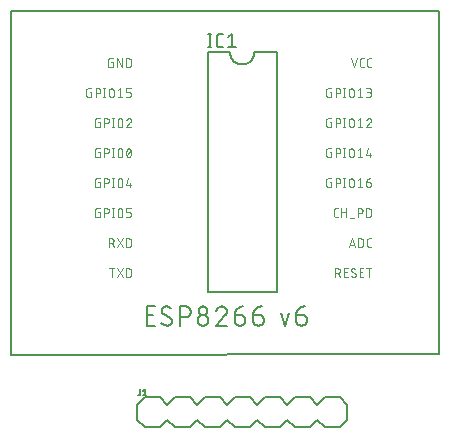
<source format=gbr>
G04 EAGLE Gerber X2 export*
%TF.Part,Single*%
%TF.FileFunction,Legend,Top,1*%
%TF.FilePolarity,Positive*%
%TF.GenerationSoftware,Autodesk,EAGLE,8.6.0*%
%TF.CreationDate,2018-03-02T20:01:04Z*%
G75*
%MOMM*%
%FSLAX34Y34*%
%LPD*%
%AMOC8*
5,1,8,0,0,1.08239X$1,22.5*%
G01*
%ADD10C,0.152400*%
%ADD11C,0.127000*%
%ADD12C,0.203200*%
%ADD13C,0.076200*%


D10*
X213360Y127000D02*
X213360Y330200D01*
X154940Y330200D02*
X154940Y127000D01*
X213360Y127000D01*
X213360Y330200D02*
X194310Y330200D01*
X173990Y330200D02*
X154940Y330200D01*
X173990Y330200D02*
X173993Y329953D01*
X174002Y329705D01*
X174017Y329458D01*
X174038Y329212D01*
X174065Y328966D01*
X174098Y328721D01*
X174137Y328476D01*
X174182Y328233D01*
X174233Y327991D01*
X174290Y327750D01*
X174352Y327511D01*
X174421Y327273D01*
X174495Y327037D01*
X174575Y326803D01*
X174660Y326571D01*
X174752Y326341D01*
X174848Y326113D01*
X174951Y325888D01*
X175058Y325665D01*
X175172Y325445D01*
X175290Y325228D01*
X175414Y325013D01*
X175543Y324802D01*
X175677Y324594D01*
X175816Y324389D01*
X175960Y324188D01*
X176108Y323990D01*
X176262Y323796D01*
X176420Y323606D01*
X176583Y323420D01*
X176750Y323238D01*
X176922Y323060D01*
X177098Y322886D01*
X177278Y322716D01*
X177463Y322551D01*
X177651Y322391D01*
X177843Y322235D01*
X178039Y322083D01*
X178238Y321937D01*
X178441Y321795D01*
X178648Y321659D01*
X178857Y321527D01*
X179070Y321401D01*
X179286Y321280D01*
X179504Y321164D01*
X179726Y321054D01*
X179950Y320949D01*
X180176Y320849D01*
X180405Y320755D01*
X180636Y320667D01*
X180870Y320584D01*
X181105Y320507D01*
X181342Y320436D01*
X181580Y320370D01*
X181820Y320311D01*
X182062Y320257D01*
X182305Y320209D01*
X182548Y320167D01*
X182793Y320131D01*
X183039Y320101D01*
X183285Y320077D01*
X183532Y320059D01*
X183779Y320047D01*
X184026Y320041D01*
X184274Y320041D01*
X184521Y320047D01*
X184768Y320059D01*
X185015Y320077D01*
X185261Y320101D01*
X185507Y320131D01*
X185752Y320167D01*
X185995Y320209D01*
X186238Y320257D01*
X186480Y320311D01*
X186720Y320370D01*
X186958Y320436D01*
X187195Y320507D01*
X187430Y320584D01*
X187664Y320667D01*
X187895Y320755D01*
X188124Y320849D01*
X188350Y320949D01*
X188574Y321054D01*
X188796Y321164D01*
X189014Y321280D01*
X189230Y321401D01*
X189443Y321527D01*
X189652Y321659D01*
X189859Y321795D01*
X190062Y321937D01*
X190261Y322083D01*
X190457Y322235D01*
X190649Y322391D01*
X190837Y322551D01*
X191022Y322716D01*
X191202Y322886D01*
X191378Y323060D01*
X191550Y323238D01*
X191717Y323420D01*
X191880Y323606D01*
X192038Y323796D01*
X192192Y323990D01*
X192340Y324188D01*
X192484Y324389D01*
X192623Y324594D01*
X192757Y324802D01*
X192886Y325013D01*
X193010Y325228D01*
X193128Y325445D01*
X193242Y325665D01*
X193349Y325888D01*
X193452Y326113D01*
X193548Y326341D01*
X193640Y326571D01*
X193725Y326803D01*
X193805Y327037D01*
X193879Y327273D01*
X193948Y327511D01*
X194010Y327750D01*
X194067Y327991D01*
X194118Y328233D01*
X194163Y328476D01*
X194202Y328721D01*
X194235Y328966D01*
X194262Y329212D01*
X194283Y329458D01*
X194298Y329705D01*
X194307Y329953D01*
X194310Y330200D01*
D11*
X156845Y334645D02*
X156845Y346075D01*
X155575Y334645D02*
X158115Y334645D01*
X158115Y346075D02*
X155575Y346075D01*
X165317Y334645D02*
X167857Y334645D01*
X165317Y334645D02*
X165217Y334647D01*
X165118Y334653D01*
X165018Y334663D01*
X164920Y334676D01*
X164821Y334694D01*
X164724Y334715D01*
X164628Y334740D01*
X164532Y334769D01*
X164438Y334802D01*
X164345Y334838D01*
X164254Y334878D01*
X164164Y334922D01*
X164076Y334969D01*
X163990Y335019D01*
X163906Y335073D01*
X163824Y335130D01*
X163745Y335190D01*
X163667Y335254D01*
X163593Y335320D01*
X163521Y335389D01*
X163452Y335461D01*
X163386Y335535D01*
X163322Y335613D01*
X163262Y335692D01*
X163205Y335774D01*
X163151Y335858D01*
X163101Y335944D01*
X163054Y336032D01*
X163010Y336122D01*
X162970Y336213D01*
X162934Y336306D01*
X162901Y336400D01*
X162872Y336496D01*
X162847Y336592D01*
X162826Y336689D01*
X162808Y336788D01*
X162795Y336886D01*
X162785Y336986D01*
X162779Y337085D01*
X162777Y337185D01*
X162777Y343535D01*
X162779Y343635D01*
X162785Y343734D01*
X162795Y343834D01*
X162808Y343932D01*
X162826Y344031D01*
X162847Y344128D01*
X162872Y344224D01*
X162901Y344320D01*
X162934Y344414D01*
X162970Y344507D01*
X163010Y344598D01*
X163054Y344688D01*
X163101Y344776D01*
X163151Y344862D01*
X163205Y344946D01*
X163262Y345028D01*
X163322Y345107D01*
X163386Y345185D01*
X163452Y345259D01*
X163521Y345331D01*
X163593Y345400D01*
X163667Y345466D01*
X163745Y345530D01*
X163824Y345590D01*
X163906Y345647D01*
X163990Y345701D01*
X164076Y345751D01*
X164164Y345798D01*
X164254Y345842D01*
X164345Y345882D01*
X164438Y345918D01*
X164532Y345951D01*
X164628Y345980D01*
X164724Y346005D01*
X164821Y346026D01*
X164920Y346044D01*
X165018Y346057D01*
X165118Y346067D01*
X165217Y346073D01*
X165317Y346075D01*
X167857Y346075D01*
X172339Y343535D02*
X175514Y346075D01*
X175514Y334645D01*
X172339Y334645D02*
X178689Y334645D01*
D12*
X254000Y38100D02*
X266700Y38100D01*
X273050Y31750D01*
X273050Y19050D02*
X266700Y12700D01*
X228600Y38100D02*
X222250Y31750D01*
X228600Y38100D02*
X241300Y38100D01*
X247650Y31750D01*
X247650Y19050D02*
X241300Y12700D01*
X228600Y12700D01*
X222250Y19050D01*
X247650Y31750D02*
X254000Y38100D01*
X247650Y19050D02*
X254000Y12700D01*
X266700Y12700D01*
X190500Y38100D02*
X177800Y38100D01*
X190500Y38100D02*
X196850Y31750D01*
X196850Y19050D02*
X190500Y12700D01*
X196850Y31750D02*
X203200Y38100D01*
X215900Y38100D01*
X222250Y31750D01*
X222250Y19050D02*
X215900Y12700D01*
X203200Y12700D01*
X196850Y19050D01*
X152400Y38100D02*
X146050Y31750D01*
X152400Y38100D02*
X165100Y38100D01*
X171450Y31750D01*
X171450Y19050D02*
X165100Y12700D01*
X152400Y12700D01*
X146050Y19050D01*
X171450Y31750D02*
X177800Y38100D01*
X171450Y19050D02*
X177800Y12700D01*
X190500Y12700D01*
X114300Y38100D02*
X101600Y38100D01*
X114300Y38100D02*
X120650Y31750D01*
X120650Y19050D02*
X114300Y12700D01*
X120650Y31750D02*
X127000Y38100D01*
X139700Y38100D01*
X146050Y31750D01*
X146050Y19050D02*
X139700Y12700D01*
X127000Y12700D01*
X120650Y19050D01*
X95250Y19050D02*
X95250Y31750D01*
X101600Y38100D01*
X95250Y19050D02*
X101600Y12700D01*
X114300Y12700D01*
X273050Y19050D02*
X273050Y31750D01*
D11*
X97494Y41077D02*
X97494Y44831D01*
X97493Y41077D02*
X97491Y41012D01*
X97485Y40948D01*
X97475Y40884D01*
X97462Y40820D01*
X97444Y40758D01*
X97423Y40697D01*
X97399Y40637D01*
X97370Y40579D01*
X97338Y40522D01*
X97303Y40468D01*
X97265Y40416D01*
X97223Y40366D01*
X97179Y40319D01*
X97132Y40275D01*
X97082Y40233D01*
X97030Y40195D01*
X96976Y40160D01*
X96919Y40128D01*
X96861Y40099D01*
X96801Y40075D01*
X96740Y40054D01*
X96678Y40036D01*
X96614Y40023D01*
X96550Y40013D01*
X96486Y40007D01*
X96421Y40005D01*
X95885Y40005D01*
X100442Y43759D02*
X101782Y44831D01*
X101782Y40005D01*
X100442Y40005D02*
X103123Y40005D01*
D13*
X262943Y139903D02*
X262943Y147269D01*
X264989Y147269D01*
X265078Y147267D01*
X265167Y147261D01*
X265256Y147251D01*
X265344Y147238D01*
X265432Y147221D01*
X265519Y147199D01*
X265604Y147174D01*
X265689Y147146D01*
X265772Y147113D01*
X265854Y147077D01*
X265934Y147038D01*
X266012Y146995D01*
X266088Y146949D01*
X266163Y146899D01*
X266235Y146846D01*
X266304Y146790D01*
X266371Y146731D01*
X266436Y146670D01*
X266497Y146605D01*
X266556Y146538D01*
X266612Y146469D01*
X266665Y146397D01*
X266715Y146322D01*
X266761Y146246D01*
X266804Y146168D01*
X266843Y146088D01*
X266879Y146006D01*
X266912Y145923D01*
X266940Y145838D01*
X266965Y145753D01*
X266987Y145666D01*
X267004Y145578D01*
X267017Y145490D01*
X267027Y145401D01*
X267033Y145312D01*
X267035Y145223D01*
X267033Y145134D01*
X267027Y145045D01*
X267017Y144956D01*
X267004Y144868D01*
X266987Y144780D01*
X266965Y144693D01*
X266940Y144608D01*
X266912Y144523D01*
X266879Y144440D01*
X266843Y144358D01*
X266804Y144278D01*
X266761Y144200D01*
X266715Y144124D01*
X266665Y144049D01*
X266612Y143977D01*
X266556Y143908D01*
X266497Y143841D01*
X266436Y143776D01*
X266371Y143715D01*
X266304Y143656D01*
X266235Y143600D01*
X266163Y143547D01*
X266088Y143497D01*
X266012Y143451D01*
X265934Y143408D01*
X265854Y143369D01*
X265772Y143333D01*
X265689Y143300D01*
X265604Y143272D01*
X265519Y143247D01*
X265432Y143225D01*
X265344Y143208D01*
X265256Y143195D01*
X265167Y143185D01*
X265078Y143179D01*
X264989Y143177D01*
X262943Y143177D01*
X265399Y143177D02*
X267036Y139903D01*
X270467Y139903D02*
X273741Y139903D01*
X270467Y139903D02*
X270467Y147269D01*
X273741Y147269D01*
X272922Y143995D02*
X270467Y143995D01*
X278759Y139903D02*
X278837Y139905D01*
X278915Y139910D01*
X278992Y139920D01*
X279069Y139933D01*
X279145Y139949D01*
X279220Y139969D01*
X279294Y139993D01*
X279367Y140020D01*
X279439Y140051D01*
X279509Y140085D01*
X279578Y140122D01*
X279644Y140163D01*
X279709Y140207D01*
X279771Y140253D01*
X279831Y140303D01*
X279889Y140355D01*
X279944Y140410D01*
X279996Y140468D01*
X280046Y140528D01*
X280092Y140590D01*
X280136Y140655D01*
X280177Y140722D01*
X280214Y140790D01*
X280248Y140860D01*
X280279Y140932D01*
X280306Y141005D01*
X280330Y141079D01*
X280350Y141154D01*
X280366Y141230D01*
X280379Y141307D01*
X280389Y141384D01*
X280394Y141462D01*
X280396Y141540D01*
X278759Y139903D02*
X278645Y139905D01*
X278532Y139910D01*
X278418Y139920D01*
X278305Y139933D01*
X278193Y139950D01*
X278081Y139970D01*
X277970Y139994D01*
X277859Y140022D01*
X277750Y140053D01*
X277642Y140088D01*
X277535Y140127D01*
X277429Y140169D01*
X277325Y140214D01*
X277222Y140263D01*
X277121Y140316D01*
X277022Y140371D01*
X276924Y140430D01*
X276829Y140492D01*
X276736Y140557D01*
X276644Y140625D01*
X276556Y140696D01*
X276469Y140770D01*
X276385Y140847D01*
X276304Y140926D01*
X276508Y145632D02*
X276510Y145710D01*
X276515Y145788D01*
X276525Y145865D01*
X276538Y145942D01*
X276554Y146018D01*
X276574Y146093D01*
X276598Y146167D01*
X276625Y146240D01*
X276656Y146312D01*
X276690Y146382D01*
X276727Y146451D01*
X276768Y146517D01*
X276812Y146582D01*
X276858Y146644D01*
X276908Y146704D01*
X276960Y146762D01*
X277015Y146817D01*
X277073Y146869D01*
X277133Y146919D01*
X277195Y146965D01*
X277260Y147009D01*
X277327Y147050D01*
X277395Y147087D01*
X277465Y147121D01*
X277537Y147152D01*
X277610Y147179D01*
X277684Y147203D01*
X277759Y147223D01*
X277835Y147239D01*
X277912Y147252D01*
X277989Y147262D01*
X278067Y147267D01*
X278145Y147269D01*
X278255Y147267D01*
X278364Y147261D01*
X278474Y147251D01*
X278582Y147238D01*
X278691Y147220D01*
X278798Y147199D01*
X278905Y147173D01*
X279011Y147144D01*
X279116Y147112D01*
X279219Y147075D01*
X279321Y147035D01*
X279422Y146991D01*
X279521Y146943D01*
X279618Y146893D01*
X279713Y146838D01*
X279806Y146780D01*
X279897Y146719D01*
X279986Y146655D01*
X277326Y144199D02*
X277259Y144241D01*
X277194Y144285D01*
X277132Y144333D01*
X277072Y144383D01*
X277014Y144436D01*
X276959Y144492D01*
X276907Y144551D01*
X276857Y144611D01*
X276810Y144675D01*
X276767Y144740D01*
X276726Y144807D01*
X276689Y144876D01*
X276655Y144947D01*
X276624Y145019D01*
X276597Y145093D01*
X276573Y145167D01*
X276553Y145243D01*
X276537Y145320D01*
X276524Y145397D01*
X276514Y145475D01*
X276509Y145554D01*
X276507Y145632D01*
X279577Y142972D02*
X279643Y142930D01*
X279708Y142886D01*
X279770Y142839D01*
X279830Y142788D01*
X279888Y142735D01*
X279943Y142679D01*
X279996Y142621D01*
X280045Y142560D01*
X280092Y142497D01*
X280135Y142432D01*
X280176Y142365D01*
X280213Y142296D01*
X280247Y142225D01*
X280278Y142153D01*
X280305Y142079D01*
X280329Y142004D01*
X280349Y141929D01*
X280365Y141852D01*
X280378Y141775D01*
X280388Y141697D01*
X280393Y141618D01*
X280395Y141540D01*
X279577Y142972D02*
X277326Y144200D01*
X283634Y139903D02*
X286908Y139903D01*
X283634Y139903D02*
X283634Y147269D01*
X286908Y147269D01*
X286090Y143995D02*
X283634Y143995D01*
X291273Y147269D02*
X291273Y139903D01*
X289227Y147269D02*
X293319Y147269D01*
X274541Y165303D02*
X276996Y172669D01*
X279452Y165303D01*
X278838Y167145D02*
X275155Y167145D01*
X282509Y165303D02*
X282509Y172669D01*
X284555Y172669D01*
X284644Y172667D01*
X284733Y172661D01*
X284822Y172651D01*
X284910Y172638D01*
X284998Y172621D01*
X285085Y172599D01*
X285170Y172574D01*
X285255Y172546D01*
X285338Y172513D01*
X285420Y172477D01*
X285500Y172438D01*
X285578Y172395D01*
X285654Y172349D01*
X285729Y172299D01*
X285801Y172246D01*
X285870Y172190D01*
X285937Y172131D01*
X286002Y172070D01*
X286063Y172005D01*
X286122Y171938D01*
X286178Y171869D01*
X286231Y171797D01*
X286281Y171722D01*
X286327Y171646D01*
X286370Y171568D01*
X286409Y171488D01*
X286445Y171406D01*
X286478Y171323D01*
X286506Y171238D01*
X286531Y171153D01*
X286553Y171066D01*
X286570Y170978D01*
X286583Y170890D01*
X286593Y170801D01*
X286599Y170712D01*
X286601Y170623D01*
X286602Y170623D02*
X286602Y167349D01*
X286601Y167349D02*
X286599Y167260D01*
X286593Y167171D01*
X286583Y167082D01*
X286570Y166994D01*
X286553Y166906D01*
X286531Y166819D01*
X286506Y166734D01*
X286478Y166649D01*
X286445Y166566D01*
X286409Y166484D01*
X286370Y166404D01*
X286327Y166326D01*
X286281Y166250D01*
X286231Y166175D01*
X286178Y166103D01*
X286122Y166034D01*
X286063Y165967D01*
X286002Y165902D01*
X285937Y165841D01*
X285870Y165782D01*
X285801Y165726D01*
X285729Y165673D01*
X285654Y165623D01*
X285578Y165577D01*
X285500Y165534D01*
X285420Y165495D01*
X285338Y165459D01*
X285255Y165426D01*
X285170Y165398D01*
X285085Y165373D01*
X284998Y165351D01*
X284910Y165334D01*
X284822Y165321D01*
X284733Y165311D01*
X284644Y165305D01*
X284555Y165303D01*
X282509Y165303D01*
X291682Y165303D02*
X293319Y165303D01*
X291682Y165303D02*
X291604Y165305D01*
X291526Y165310D01*
X291449Y165320D01*
X291372Y165333D01*
X291296Y165349D01*
X291221Y165369D01*
X291147Y165393D01*
X291074Y165420D01*
X291002Y165451D01*
X290932Y165485D01*
X290864Y165522D01*
X290797Y165563D01*
X290732Y165607D01*
X290670Y165653D01*
X290610Y165703D01*
X290552Y165755D01*
X290497Y165810D01*
X290445Y165868D01*
X290395Y165928D01*
X290349Y165990D01*
X290305Y166055D01*
X290264Y166122D01*
X290227Y166190D01*
X290193Y166260D01*
X290162Y166332D01*
X290135Y166405D01*
X290111Y166479D01*
X290091Y166554D01*
X290075Y166630D01*
X290062Y166707D01*
X290052Y166784D01*
X290047Y166862D01*
X290045Y166940D01*
X290045Y171032D01*
X290047Y171112D01*
X290053Y171192D01*
X290063Y171272D01*
X290076Y171351D01*
X290094Y171430D01*
X290115Y171507D01*
X290141Y171583D01*
X290170Y171658D01*
X290202Y171732D01*
X290238Y171804D01*
X290278Y171874D01*
X290321Y171941D01*
X290367Y172007D01*
X290417Y172070D01*
X290469Y172131D01*
X290524Y172190D01*
X290583Y172245D01*
X290643Y172297D01*
X290707Y172347D01*
X290773Y172393D01*
X290840Y172436D01*
X290910Y172476D01*
X290982Y172512D01*
X291056Y172544D01*
X291130Y172573D01*
X291207Y172599D01*
X291284Y172620D01*
X291363Y172638D01*
X291442Y172651D01*
X291522Y172661D01*
X291602Y172667D01*
X291682Y172669D01*
X293319Y172669D01*
X265168Y190703D02*
X263531Y190703D01*
X263453Y190705D01*
X263375Y190710D01*
X263298Y190720D01*
X263221Y190733D01*
X263145Y190749D01*
X263070Y190769D01*
X262996Y190793D01*
X262923Y190820D01*
X262851Y190851D01*
X262781Y190885D01*
X262713Y190922D01*
X262646Y190963D01*
X262581Y191007D01*
X262519Y191053D01*
X262459Y191103D01*
X262401Y191155D01*
X262346Y191210D01*
X262294Y191268D01*
X262244Y191328D01*
X262198Y191390D01*
X262154Y191455D01*
X262113Y191522D01*
X262076Y191590D01*
X262042Y191660D01*
X262011Y191732D01*
X261984Y191805D01*
X261960Y191879D01*
X261940Y191954D01*
X261924Y192030D01*
X261911Y192107D01*
X261901Y192184D01*
X261896Y192262D01*
X261894Y192340D01*
X261894Y196432D01*
X261896Y196512D01*
X261902Y196592D01*
X261912Y196672D01*
X261925Y196751D01*
X261943Y196830D01*
X261964Y196907D01*
X261990Y196983D01*
X262019Y197058D01*
X262051Y197132D01*
X262087Y197204D01*
X262127Y197274D01*
X262170Y197341D01*
X262216Y197407D01*
X262266Y197470D01*
X262318Y197531D01*
X262373Y197590D01*
X262432Y197645D01*
X262492Y197697D01*
X262556Y197747D01*
X262622Y197793D01*
X262689Y197836D01*
X262759Y197876D01*
X262831Y197912D01*
X262905Y197944D01*
X262979Y197973D01*
X263056Y197999D01*
X263133Y198020D01*
X263212Y198038D01*
X263291Y198051D01*
X263371Y198061D01*
X263451Y198067D01*
X263531Y198069D01*
X265168Y198069D01*
X268257Y198069D02*
X268257Y190703D01*
X268257Y194795D02*
X272349Y194795D01*
X272349Y198069D02*
X272349Y190703D01*
X275493Y189885D02*
X278767Y189885D01*
X282029Y190703D02*
X282029Y198069D01*
X284075Y198069D01*
X284164Y198067D01*
X284253Y198061D01*
X284342Y198051D01*
X284430Y198038D01*
X284518Y198021D01*
X284605Y197999D01*
X284690Y197974D01*
X284775Y197946D01*
X284858Y197913D01*
X284940Y197877D01*
X285020Y197838D01*
X285098Y197795D01*
X285174Y197749D01*
X285249Y197699D01*
X285321Y197646D01*
X285390Y197590D01*
X285457Y197531D01*
X285522Y197470D01*
X285583Y197405D01*
X285642Y197338D01*
X285698Y197269D01*
X285751Y197197D01*
X285801Y197122D01*
X285847Y197046D01*
X285890Y196968D01*
X285929Y196888D01*
X285965Y196806D01*
X285998Y196723D01*
X286026Y196638D01*
X286051Y196553D01*
X286073Y196466D01*
X286090Y196378D01*
X286103Y196290D01*
X286113Y196201D01*
X286119Y196112D01*
X286121Y196023D01*
X286119Y195934D01*
X286113Y195845D01*
X286103Y195756D01*
X286090Y195668D01*
X286073Y195580D01*
X286051Y195493D01*
X286026Y195408D01*
X285998Y195323D01*
X285965Y195240D01*
X285929Y195158D01*
X285890Y195078D01*
X285847Y195000D01*
X285801Y194924D01*
X285751Y194849D01*
X285698Y194777D01*
X285642Y194708D01*
X285583Y194641D01*
X285522Y194576D01*
X285457Y194515D01*
X285390Y194456D01*
X285321Y194400D01*
X285249Y194347D01*
X285174Y194297D01*
X285098Y194251D01*
X285020Y194208D01*
X284940Y194169D01*
X284858Y194133D01*
X284775Y194100D01*
X284690Y194072D01*
X284605Y194047D01*
X284518Y194025D01*
X284430Y194008D01*
X284342Y193995D01*
X284253Y193985D01*
X284164Y193979D01*
X284075Y193977D01*
X282029Y193977D01*
X289227Y190703D02*
X289227Y198069D01*
X291273Y198069D01*
X291362Y198067D01*
X291451Y198061D01*
X291540Y198051D01*
X291628Y198038D01*
X291716Y198021D01*
X291803Y197999D01*
X291888Y197974D01*
X291973Y197946D01*
X292056Y197913D01*
X292138Y197877D01*
X292218Y197838D01*
X292296Y197795D01*
X292372Y197749D01*
X292447Y197699D01*
X292519Y197646D01*
X292588Y197590D01*
X292655Y197531D01*
X292720Y197470D01*
X292781Y197405D01*
X292840Y197338D01*
X292896Y197269D01*
X292949Y197197D01*
X292999Y197122D01*
X293045Y197046D01*
X293088Y196968D01*
X293127Y196888D01*
X293163Y196806D01*
X293196Y196723D01*
X293224Y196638D01*
X293249Y196553D01*
X293271Y196466D01*
X293288Y196378D01*
X293301Y196290D01*
X293311Y196201D01*
X293317Y196112D01*
X293319Y196023D01*
X293319Y192749D01*
X293317Y192660D01*
X293311Y192571D01*
X293301Y192482D01*
X293288Y192394D01*
X293271Y192306D01*
X293249Y192219D01*
X293224Y192134D01*
X293196Y192049D01*
X293163Y191966D01*
X293127Y191884D01*
X293088Y191804D01*
X293045Y191726D01*
X292999Y191650D01*
X292949Y191575D01*
X292896Y191503D01*
X292840Y191434D01*
X292781Y191367D01*
X292720Y191302D01*
X292655Y191241D01*
X292588Y191182D01*
X292519Y191126D01*
X292447Y191073D01*
X292372Y191023D01*
X292296Y190977D01*
X292218Y190934D01*
X292138Y190895D01*
X292056Y190859D01*
X291973Y190826D01*
X291888Y190798D01*
X291803Y190773D01*
X291716Y190751D01*
X291628Y190734D01*
X291540Y190721D01*
X291451Y190711D01*
X291362Y190705D01*
X291273Y190703D01*
X289227Y190703D01*
X259425Y220195D02*
X258198Y220195D01*
X259425Y220195D02*
X259425Y216103D01*
X256970Y216103D01*
X256892Y216105D01*
X256814Y216110D01*
X256737Y216120D01*
X256660Y216133D01*
X256584Y216149D01*
X256509Y216169D01*
X256435Y216193D01*
X256362Y216220D01*
X256290Y216251D01*
X256220Y216285D01*
X256152Y216322D01*
X256085Y216363D01*
X256020Y216407D01*
X255958Y216453D01*
X255898Y216503D01*
X255840Y216555D01*
X255785Y216610D01*
X255733Y216668D01*
X255683Y216728D01*
X255637Y216790D01*
X255593Y216855D01*
X255552Y216922D01*
X255515Y216990D01*
X255481Y217060D01*
X255450Y217132D01*
X255423Y217205D01*
X255399Y217279D01*
X255379Y217354D01*
X255363Y217430D01*
X255350Y217507D01*
X255340Y217584D01*
X255335Y217662D01*
X255333Y217740D01*
X255333Y221832D01*
X255335Y221912D01*
X255341Y221992D01*
X255351Y222072D01*
X255364Y222151D01*
X255382Y222230D01*
X255403Y222307D01*
X255429Y222383D01*
X255458Y222458D01*
X255490Y222532D01*
X255526Y222604D01*
X255566Y222674D01*
X255609Y222741D01*
X255655Y222807D01*
X255705Y222870D01*
X255757Y222931D01*
X255812Y222990D01*
X255871Y223045D01*
X255931Y223097D01*
X255995Y223147D01*
X256061Y223193D01*
X256128Y223236D01*
X256198Y223276D01*
X256270Y223312D01*
X256344Y223344D01*
X256418Y223373D01*
X256495Y223399D01*
X256572Y223420D01*
X256651Y223438D01*
X256730Y223451D01*
X256810Y223461D01*
X256890Y223467D01*
X256970Y223469D01*
X259425Y223469D01*
X263254Y223469D02*
X263254Y216103D01*
X263254Y223469D02*
X265300Y223469D01*
X265389Y223467D01*
X265478Y223461D01*
X265567Y223451D01*
X265655Y223438D01*
X265743Y223421D01*
X265830Y223399D01*
X265915Y223374D01*
X266000Y223346D01*
X266083Y223313D01*
X266165Y223277D01*
X266245Y223238D01*
X266323Y223195D01*
X266399Y223149D01*
X266474Y223099D01*
X266546Y223046D01*
X266615Y222990D01*
X266682Y222931D01*
X266747Y222870D01*
X266808Y222805D01*
X266867Y222738D01*
X266923Y222669D01*
X266976Y222597D01*
X267026Y222522D01*
X267072Y222446D01*
X267115Y222368D01*
X267154Y222288D01*
X267190Y222206D01*
X267223Y222123D01*
X267251Y222038D01*
X267276Y221953D01*
X267298Y221866D01*
X267315Y221778D01*
X267328Y221690D01*
X267338Y221601D01*
X267344Y221512D01*
X267346Y221423D01*
X267344Y221334D01*
X267338Y221245D01*
X267328Y221156D01*
X267315Y221068D01*
X267298Y220980D01*
X267276Y220893D01*
X267251Y220808D01*
X267223Y220723D01*
X267190Y220640D01*
X267154Y220558D01*
X267115Y220478D01*
X267072Y220400D01*
X267026Y220324D01*
X266976Y220249D01*
X266923Y220177D01*
X266867Y220108D01*
X266808Y220041D01*
X266747Y219976D01*
X266682Y219915D01*
X266615Y219856D01*
X266546Y219800D01*
X266474Y219747D01*
X266399Y219697D01*
X266323Y219651D01*
X266245Y219608D01*
X266165Y219569D01*
X266083Y219533D01*
X266000Y219500D01*
X265915Y219472D01*
X265830Y219447D01*
X265743Y219425D01*
X265655Y219408D01*
X265567Y219395D01*
X265478Y219385D01*
X265389Y219379D01*
X265300Y219377D01*
X263254Y219377D01*
X270790Y216103D02*
X270790Y223469D01*
X269972Y216103D02*
X271609Y216103D01*
X271609Y223469D02*
X269972Y223469D01*
X274596Y221423D02*
X274596Y218149D01*
X274596Y221423D02*
X274598Y221512D01*
X274604Y221601D01*
X274614Y221690D01*
X274627Y221778D01*
X274644Y221866D01*
X274666Y221953D01*
X274691Y222038D01*
X274719Y222123D01*
X274752Y222206D01*
X274788Y222288D01*
X274827Y222368D01*
X274870Y222446D01*
X274916Y222522D01*
X274966Y222597D01*
X275019Y222669D01*
X275075Y222738D01*
X275134Y222805D01*
X275195Y222870D01*
X275260Y222931D01*
X275327Y222990D01*
X275396Y223046D01*
X275468Y223099D01*
X275543Y223149D01*
X275619Y223195D01*
X275697Y223238D01*
X275777Y223277D01*
X275859Y223313D01*
X275942Y223346D01*
X276027Y223374D01*
X276112Y223399D01*
X276199Y223421D01*
X276287Y223438D01*
X276375Y223451D01*
X276464Y223461D01*
X276553Y223467D01*
X276642Y223469D01*
X276731Y223467D01*
X276820Y223461D01*
X276909Y223451D01*
X276997Y223438D01*
X277085Y223421D01*
X277172Y223399D01*
X277257Y223374D01*
X277342Y223346D01*
X277425Y223313D01*
X277507Y223277D01*
X277587Y223238D01*
X277665Y223195D01*
X277741Y223149D01*
X277816Y223099D01*
X277888Y223046D01*
X277957Y222990D01*
X278024Y222931D01*
X278089Y222870D01*
X278150Y222805D01*
X278209Y222738D01*
X278265Y222669D01*
X278318Y222597D01*
X278368Y222522D01*
X278414Y222446D01*
X278457Y222368D01*
X278496Y222288D01*
X278532Y222206D01*
X278565Y222123D01*
X278593Y222038D01*
X278618Y221953D01*
X278640Y221866D01*
X278657Y221778D01*
X278670Y221690D01*
X278680Y221601D01*
X278686Y221512D01*
X278688Y221423D01*
X278689Y221423D02*
X278689Y218149D01*
X278688Y218149D02*
X278686Y218060D01*
X278680Y217971D01*
X278670Y217882D01*
X278657Y217794D01*
X278640Y217706D01*
X278618Y217619D01*
X278593Y217534D01*
X278565Y217449D01*
X278532Y217366D01*
X278496Y217284D01*
X278457Y217204D01*
X278414Y217126D01*
X278368Y217050D01*
X278318Y216975D01*
X278265Y216903D01*
X278209Y216834D01*
X278150Y216767D01*
X278089Y216702D01*
X278024Y216641D01*
X277957Y216582D01*
X277888Y216526D01*
X277816Y216473D01*
X277741Y216423D01*
X277665Y216377D01*
X277587Y216334D01*
X277507Y216295D01*
X277425Y216259D01*
X277342Y216226D01*
X277257Y216198D01*
X277172Y216173D01*
X277085Y216151D01*
X276997Y216134D01*
X276909Y216121D01*
X276820Y216111D01*
X276731Y216105D01*
X276642Y216103D01*
X276553Y216105D01*
X276464Y216111D01*
X276375Y216121D01*
X276287Y216134D01*
X276199Y216151D01*
X276112Y216173D01*
X276027Y216198D01*
X275942Y216226D01*
X275859Y216259D01*
X275777Y216295D01*
X275697Y216334D01*
X275619Y216377D01*
X275543Y216423D01*
X275468Y216473D01*
X275396Y216526D01*
X275327Y216582D01*
X275260Y216641D01*
X275195Y216702D01*
X275134Y216767D01*
X275075Y216834D01*
X275019Y216903D01*
X274966Y216975D01*
X274916Y217050D01*
X274870Y217126D01*
X274827Y217204D01*
X274788Y217284D01*
X274752Y217366D01*
X274719Y217449D01*
X274691Y217534D01*
X274666Y217619D01*
X274644Y217706D01*
X274627Y217794D01*
X274614Y217882D01*
X274604Y217971D01*
X274598Y218060D01*
X274596Y218149D01*
X281912Y221832D02*
X283958Y223469D01*
X283958Y216103D01*
X281912Y216103D02*
X286004Y216103D01*
X289227Y220195D02*
X291682Y220195D01*
X291760Y220193D01*
X291838Y220188D01*
X291915Y220178D01*
X291992Y220165D01*
X292068Y220149D01*
X292143Y220129D01*
X292217Y220105D01*
X292290Y220078D01*
X292362Y220047D01*
X292432Y220013D01*
X292501Y219976D01*
X292567Y219935D01*
X292632Y219891D01*
X292694Y219845D01*
X292754Y219795D01*
X292812Y219743D01*
X292867Y219688D01*
X292919Y219630D01*
X292969Y219570D01*
X293015Y219508D01*
X293059Y219443D01*
X293100Y219377D01*
X293137Y219308D01*
X293171Y219238D01*
X293202Y219166D01*
X293229Y219093D01*
X293253Y219019D01*
X293273Y218944D01*
X293289Y218868D01*
X293302Y218791D01*
X293312Y218714D01*
X293317Y218636D01*
X293319Y218558D01*
X293319Y218149D01*
X293317Y218060D01*
X293311Y217971D01*
X293301Y217882D01*
X293288Y217794D01*
X293271Y217706D01*
X293249Y217619D01*
X293224Y217534D01*
X293196Y217449D01*
X293163Y217366D01*
X293127Y217284D01*
X293088Y217204D01*
X293045Y217126D01*
X292999Y217050D01*
X292949Y216975D01*
X292896Y216903D01*
X292840Y216834D01*
X292781Y216767D01*
X292720Y216702D01*
X292655Y216641D01*
X292588Y216582D01*
X292519Y216526D01*
X292447Y216473D01*
X292372Y216423D01*
X292296Y216377D01*
X292218Y216334D01*
X292138Y216295D01*
X292056Y216259D01*
X291973Y216226D01*
X291888Y216198D01*
X291803Y216173D01*
X291716Y216151D01*
X291628Y216134D01*
X291540Y216121D01*
X291451Y216111D01*
X291362Y216105D01*
X291273Y216103D01*
X291184Y216105D01*
X291095Y216111D01*
X291006Y216121D01*
X290918Y216134D01*
X290830Y216151D01*
X290743Y216173D01*
X290658Y216198D01*
X290573Y216226D01*
X290490Y216259D01*
X290408Y216295D01*
X290328Y216334D01*
X290250Y216377D01*
X290174Y216423D01*
X290099Y216473D01*
X290027Y216526D01*
X289958Y216582D01*
X289891Y216641D01*
X289826Y216702D01*
X289765Y216767D01*
X289706Y216834D01*
X289650Y216903D01*
X289597Y216975D01*
X289547Y217050D01*
X289501Y217126D01*
X289458Y217204D01*
X289419Y217284D01*
X289383Y217366D01*
X289350Y217449D01*
X289322Y217534D01*
X289297Y217619D01*
X289275Y217706D01*
X289258Y217794D01*
X289245Y217882D01*
X289235Y217971D01*
X289229Y218060D01*
X289227Y218149D01*
X289227Y220195D01*
X289229Y220309D01*
X289235Y220423D01*
X289245Y220537D01*
X289259Y220651D01*
X289277Y220764D01*
X289299Y220876D01*
X289324Y220987D01*
X289354Y221097D01*
X289387Y221207D01*
X289424Y221315D01*
X289465Y221421D01*
X289510Y221527D01*
X289558Y221630D01*
X289610Y221732D01*
X289666Y221832D01*
X289724Y221930D01*
X289787Y222026D01*
X289852Y222119D01*
X289921Y222211D01*
X289993Y222299D01*
X290068Y222386D01*
X290146Y222469D01*
X290227Y222550D01*
X290310Y222628D01*
X290397Y222703D01*
X290485Y222775D01*
X290577Y222844D01*
X290670Y222909D01*
X290766Y222971D01*
X290864Y223030D01*
X290964Y223086D01*
X291066Y223138D01*
X291169Y223186D01*
X291275Y223231D01*
X291381Y223272D01*
X291489Y223309D01*
X291599Y223342D01*
X291709Y223372D01*
X291820Y223397D01*
X291932Y223419D01*
X292045Y223437D01*
X292159Y223451D01*
X292273Y223461D01*
X292387Y223467D01*
X292501Y223469D01*
X259425Y245595D02*
X258198Y245595D01*
X259425Y245595D02*
X259425Y241503D01*
X256970Y241503D01*
X256892Y241505D01*
X256814Y241510D01*
X256737Y241520D01*
X256660Y241533D01*
X256584Y241549D01*
X256509Y241569D01*
X256435Y241593D01*
X256362Y241620D01*
X256290Y241651D01*
X256220Y241685D01*
X256152Y241722D01*
X256085Y241763D01*
X256020Y241807D01*
X255958Y241853D01*
X255898Y241903D01*
X255840Y241955D01*
X255785Y242010D01*
X255733Y242068D01*
X255683Y242128D01*
X255637Y242190D01*
X255593Y242255D01*
X255552Y242322D01*
X255515Y242390D01*
X255481Y242460D01*
X255450Y242532D01*
X255423Y242605D01*
X255399Y242679D01*
X255379Y242754D01*
X255363Y242830D01*
X255350Y242907D01*
X255340Y242984D01*
X255335Y243062D01*
X255333Y243140D01*
X255333Y247232D01*
X255335Y247312D01*
X255341Y247392D01*
X255351Y247472D01*
X255364Y247551D01*
X255382Y247630D01*
X255403Y247707D01*
X255429Y247783D01*
X255458Y247858D01*
X255490Y247932D01*
X255526Y248004D01*
X255566Y248074D01*
X255609Y248141D01*
X255655Y248207D01*
X255705Y248270D01*
X255757Y248331D01*
X255812Y248390D01*
X255871Y248445D01*
X255931Y248497D01*
X255995Y248547D01*
X256061Y248593D01*
X256128Y248636D01*
X256198Y248676D01*
X256270Y248712D01*
X256344Y248744D01*
X256418Y248773D01*
X256495Y248799D01*
X256572Y248820D01*
X256651Y248838D01*
X256730Y248851D01*
X256810Y248861D01*
X256890Y248867D01*
X256970Y248869D01*
X259425Y248869D01*
X263254Y248869D02*
X263254Y241503D01*
X263254Y248869D02*
X265300Y248869D01*
X265389Y248867D01*
X265478Y248861D01*
X265567Y248851D01*
X265655Y248838D01*
X265743Y248821D01*
X265830Y248799D01*
X265915Y248774D01*
X266000Y248746D01*
X266083Y248713D01*
X266165Y248677D01*
X266245Y248638D01*
X266323Y248595D01*
X266399Y248549D01*
X266474Y248499D01*
X266546Y248446D01*
X266615Y248390D01*
X266682Y248331D01*
X266747Y248270D01*
X266808Y248205D01*
X266867Y248138D01*
X266923Y248069D01*
X266976Y247997D01*
X267026Y247922D01*
X267072Y247846D01*
X267115Y247768D01*
X267154Y247688D01*
X267190Y247606D01*
X267223Y247523D01*
X267251Y247438D01*
X267276Y247353D01*
X267298Y247266D01*
X267315Y247178D01*
X267328Y247090D01*
X267338Y247001D01*
X267344Y246912D01*
X267346Y246823D01*
X267344Y246734D01*
X267338Y246645D01*
X267328Y246556D01*
X267315Y246468D01*
X267298Y246380D01*
X267276Y246293D01*
X267251Y246208D01*
X267223Y246123D01*
X267190Y246040D01*
X267154Y245958D01*
X267115Y245878D01*
X267072Y245800D01*
X267026Y245724D01*
X266976Y245649D01*
X266923Y245577D01*
X266867Y245508D01*
X266808Y245441D01*
X266747Y245376D01*
X266682Y245315D01*
X266615Y245256D01*
X266546Y245200D01*
X266474Y245147D01*
X266399Y245097D01*
X266323Y245051D01*
X266245Y245008D01*
X266165Y244969D01*
X266083Y244933D01*
X266000Y244900D01*
X265915Y244872D01*
X265830Y244847D01*
X265743Y244825D01*
X265655Y244808D01*
X265567Y244795D01*
X265478Y244785D01*
X265389Y244779D01*
X265300Y244777D01*
X263254Y244777D01*
X270790Y241503D02*
X270790Y248869D01*
X269972Y241503D02*
X271609Y241503D01*
X271609Y248869D02*
X269972Y248869D01*
X274596Y246823D02*
X274596Y243549D01*
X274596Y246823D02*
X274598Y246912D01*
X274604Y247001D01*
X274614Y247090D01*
X274627Y247178D01*
X274644Y247266D01*
X274666Y247353D01*
X274691Y247438D01*
X274719Y247523D01*
X274752Y247606D01*
X274788Y247688D01*
X274827Y247768D01*
X274870Y247846D01*
X274916Y247922D01*
X274966Y247997D01*
X275019Y248069D01*
X275075Y248138D01*
X275134Y248205D01*
X275195Y248270D01*
X275260Y248331D01*
X275327Y248390D01*
X275396Y248446D01*
X275468Y248499D01*
X275543Y248549D01*
X275619Y248595D01*
X275697Y248638D01*
X275777Y248677D01*
X275859Y248713D01*
X275942Y248746D01*
X276027Y248774D01*
X276112Y248799D01*
X276199Y248821D01*
X276287Y248838D01*
X276375Y248851D01*
X276464Y248861D01*
X276553Y248867D01*
X276642Y248869D01*
X276731Y248867D01*
X276820Y248861D01*
X276909Y248851D01*
X276997Y248838D01*
X277085Y248821D01*
X277172Y248799D01*
X277257Y248774D01*
X277342Y248746D01*
X277425Y248713D01*
X277507Y248677D01*
X277587Y248638D01*
X277665Y248595D01*
X277741Y248549D01*
X277816Y248499D01*
X277888Y248446D01*
X277957Y248390D01*
X278024Y248331D01*
X278089Y248270D01*
X278150Y248205D01*
X278209Y248138D01*
X278265Y248069D01*
X278318Y247997D01*
X278368Y247922D01*
X278414Y247846D01*
X278457Y247768D01*
X278496Y247688D01*
X278532Y247606D01*
X278565Y247523D01*
X278593Y247438D01*
X278618Y247353D01*
X278640Y247266D01*
X278657Y247178D01*
X278670Y247090D01*
X278680Y247001D01*
X278686Y246912D01*
X278688Y246823D01*
X278689Y246823D02*
X278689Y243549D01*
X278688Y243549D02*
X278686Y243460D01*
X278680Y243371D01*
X278670Y243282D01*
X278657Y243194D01*
X278640Y243106D01*
X278618Y243019D01*
X278593Y242934D01*
X278565Y242849D01*
X278532Y242766D01*
X278496Y242684D01*
X278457Y242604D01*
X278414Y242526D01*
X278368Y242450D01*
X278318Y242375D01*
X278265Y242303D01*
X278209Y242234D01*
X278150Y242167D01*
X278089Y242102D01*
X278024Y242041D01*
X277957Y241982D01*
X277888Y241926D01*
X277816Y241873D01*
X277741Y241823D01*
X277665Y241777D01*
X277587Y241734D01*
X277507Y241695D01*
X277425Y241659D01*
X277342Y241626D01*
X277257Y241598D01*
X277172Y241573D01*
X277085Y241551D01*
X276997Y241534D01*
X276909Y241521D01*
X276820Y241511D01*
X276731Y241505D01*
X276642Y241503D01*
X276553Y241505D01*
X276464Y241511D01*
X276375Y241521D01*
X276287Y241534D01*
X276199Y241551D01*
X276112Y241573D01*
X276027Y241598D01*
X275942Y241626D01*
X275859Y241659D01*
X275777Y241695D01*
X275697Y241734D01*
X275619Y241777D01*
X275543Y241823D01*
X275468Y241873D01*
X275396Y241926D01*
X275327Y241982D01*
X275260Y242041D01*
X275195Y242102D01*
X275134Y242167D01*
X275075Y242234D01*
X275019Y242303D01*
X274966Y242375D01*
X274916Y242450D01*
X274870Y242526D01*
X274827Y242604D01*
X274788Y242684D01*
X274752Y242766D01*
X274719Y242849D01*
X274691Y242934D01*
X274666Y243019D01*
X274644Y243106D01*
X274627Y243194D01*
X274614Y243282D01*
X274604Y243371D01*
X274598Y243460D01*
X274596Y243549D01*
X281912Y247232D02*
X283958Y248869D01*
X283958Y241503D01*
X281912Y241503D02*
X286004Y241503D01*
X289227Y243140D02*
X290864Y248869D01*
X289227Y243140D02*
X293319Y243140D01*
X292091Y244777D02*
X292091Y241503D01*
X259425Y270995D02*
X258198Y270995D01*
X259425Y270995D02*
X259425Y266903D01*
X256970Y266903D01*
X256892Y266905D01*
X256814Y266910D01*
X256737Y266920D01*
X256660Y266933D01*
X256584Y266949D01*
X256509Y266969D01*
X256435Y266993D01*
X256362Y267020D01*
X256290Y267051D01*
X256220Y267085D01*
X256152Y267122D01*
X256085Y267163D01*
X256020Y267207D01*
X255958Y267253D01*
X255898Y267303D01*
X255840Y267355D01*
X255785Y267410D01*
X255733Y267468D01*
X255683Y267528D01*
X255637Y267590D01*
X255593Y267655D01*
X255552Y267722D01*
X255515Y267790D01*
X255481Y267860D01*
X255450Y267932D01*
X255423Y268005D01*
X255399Y268079D01*
X255379Y268154D01*
X255363Y268230D01*
X255350Y268307D01*
X255340Y268384D01*
X255335Y268462D01*
X255333Y268540D01*
X255333Y272632D01*
X255335Y272712D01*
X255341Y272792D01*
X255351Y272872D01*
X255364Y272951D01*
X255382Y273030D01*
X255403Y273107D01*
X255429Y273183D01*
X255458Y273258D01*
X255490Y273332D01*
X255526Y273404D01*
X255566Y273474D01*
X255609Y273541D01*
X255655Y273607D01*
X255705Y273670D01*
X255757Y273731D01*
X255812Y273790D01*
X255871Y273845D01*
X255931Y273897D01*
X255995Y273947D01*
X256061Y273993D01*
X256128Y274036D01*
X256198Y274076D01*
X256270Y274112D01*
X256344Y274144D01*
X256418Y274173D01*
X256495Y274199D01*
X256572Y274220D01*
X256651Y274238D01*
X256730Y274251D01*
X256810Y274261D01*
X256890Y274267D01*
X256970Y274269D01*
X259425Y274269D01*
X263254Y274269D02*
X263254Y266903D01*
X263254Y274269D02*
X265300Y274269D01*
X265389Y274267D01*
X265478Y274261D01*
X265567Y274251D01*
X265655Y274238D01*
X265743Y274221D01*
X265830Y274199D01*
X265915Y274174D01*
X266000Y274146D01*
X266083Y274113D01*
X266165Y274077D01*
X266245Y274038D01*
X266323Y273995D01*
X266399Y273949D01*
X266474Y273899D01*
X266546Y273846D01*
X266615Y273790D01*
X266682Y273731D01*
X266747Y273670D01*
X266808Y273605D01*
X266867Y273538D01*
X266923Y273469D01*
X266976Y273397D01*
X267026Y273322D01*
X267072Y273246D01*
X267115Y273168D01*
X267154Y273088D01*
X267190Y273006D01*
X267223Y272923D01*
X267251Y272838D01*
X267276Y272753D01*
X267298Y272666D01*
X267315Y272578D01*
X267328Y272490D01*
X267338Y272401D01*
X267344Y272312D01*
X267346Y272223D01*
X267344Y272134D01*
X267338Y272045D01*
X267328Y271956D01*
X267315Y271868D01*
X267298Y271780D01*
X267276Y271693D01*
X267251Y271608D01*
X267223Y271523D01*
X267190Y271440D01*
X267154Y271358D01*
X267115Y271278D01*
X267072Y271200D01*
X267026Y271124D01*
X266976Y271049D01*
X266923Y270977D01*
X266867Y270908D01*
X266808Y270841D01*
X266747Y270776D01*
X266682Y270715D01*
X266615Y270656D01*
X266546Y270600D01*
X266474Y270547D01*
X266399Y270497D01*
X266323Y270451D01*
X266245Y270408D01*
X266165Y270369D01*
X266083Y270333D01*
X266000Y270300D01*
X265915Y270272D01*
X265830Y270247D01*
X265743Y270225D01*
X265655Y270208D01*
X265567Y270195D01*
X265478Y270185D01*
X265389Y270179D01*
X265300Y270177D01*
X263254Y270177D01*
X270790Y266903D02*
X270790Y274269D01*
X269972Y266903D02*
X271609Y266903D01*
X271609Y274269D02*
X269972Y274269D01*
X274596Y272223D02*
X274596Y268949D01*
X274596Y272223D02*
X274598Y272312D01*
X274604Y272401D01*
X274614Y272490D01*
X274627Y272578D01*
X274644Y272666D01*
X274666Y272753D01*
X274691Y272838D01*
X274719Y272923D01*
X274752Y273006D01*
X274788Y273088D01*
X274827Y273168D01*
X274870Y273246D01*
X274916Y273322D01*
X274966Y273397D01*
X275019Y273469D01*
X275075Y273538D01*
X275134Y273605D01*
X275195Y273670D01*
X275260Y273731D01*
X275327Y273790D01*
X275396Y273846D01*
X275468Y273899D01*
X275543Y273949D01*
X275619Y273995D01*
X275697Y274038D01*
X275777Y274077D01*
X275859Y274113D01*
X275942Y274146D01*
X276027Y274174D01*
X276112Y274199D01*
X276199Y274221D01*
X276287Y274238D01*
X276375Y274251D01*
X276464Y274261D01*
X276553Y274267D01*
X276642Y274269D01*
X276731Y274267D01*
X276820Y274261D01*
X276909Y274251D01*
X276997Y274238D01*
X277085Y274221D01*
X277172Y274199D01*
X277257Y274174D01*
X277342Y274146D01*
X277425Y274113D01*
X277507Y274077D01*
X277587Y274038D01*
X277665Y273995D01*
X277741Y273949D01*
X277816Y273899D01*
X277888Y273846D01*
X277957Y273790D01*
X278024Y273731D01*
X278089Y273670D01*
X278150Y273605D01*
X278209Y273538D01*
X278265Y273469D01*
X278318Y273397D01*
X278368Y273322D01*
X278414Y273246D01*
X278457Y273168D01*
X278496Y273088D01*
X278532Y273006D01*
X278565Y272923D01*
X278593Y272838D01*
X278618Y272753D01*
X278640Y272666D01*
X278657Y272578D01*
X278670Y272490D01*
X278680Y272401D01*
X278686Y272312D01*
X278688Y272223D01*
X278689Y272223D02*
X278689Y268949D01*
X278688Y268949D02*
X278686Y268860D01*
X278680Y268771D01*
X278670Y268682D01*
X278657Y268594D01*
X278640Y268506D01*
X278618Y268419D01*
X278593Y268334D01*
X278565Y268249D01*
X278532Y268166D01*
X278496Y268084D01*
X278457Y268004D01*
X278414Y267926D01*
X278368Y267850D01*
X278318Y267775D01*
X278265Y267703D01*
X278209Y267634D01*
X278150Y267567D01*
X278089Y267502D01*
X278024Y267441D01*
X277957Y267382D01*
X277888Y267326D01*
X277816Y267273D01*
X277741Y267223D01*
X277665Y267177D01*
X277587Y267134D01*
X277507Y267095D01*
X277425Y267059D01*
X277342Y267026D01*
X277257Y266998D01*
X277172Y266973D01*
X277085Y266951D01*
X276997Y266934D01*
X276909Y266921D01*
X276820Y266911D01*
X276731Y266905D01*
X276642Y266903D01*
X276553Y266905D01*
X276464Y266911D01*
X276375Y266921D01*
X276287Y266934D01*
X276199Y266951D01*
X276112Y266973D01*
X276027Y266998D01*
X275942Y267026D01*
X275859Y267059D01*
X275777Y267095D01*
X275697Y267134D01*
X275619Y267177D01*
X275543Y267223D01*
X275468Y267273D01*
X275396Y267326D01*
X275327Y267382D01*
X275260Y267441D01*
X275195Y267502D01*
X275134Y267567D01*
X275075Y267634D01*
X275019Y267703D01*
X274966Y267775D01*
X274916Y267850D01*
X274870Y267926D01*
X274827Y268004D01*
X274788Y268084D01*
X274752Y268166D01*
X274719Y268249D01*
X274691Y268334D01*
X274666Y268419D01*
X274644Y268506D01*
X274627Y268594D01*
X274614Y268682D01*
X274604Y268771D01*
X274598Y268860D01*
X274596Y268949D01*
X281912Y272632D02*
X283958Y274269D01*
X283958Y266903D01*
X281912Y266903D02*
X286004Y266903D01*
X293320Y272428D02*
X293318Y272513D01*
X293312Y272598D01*
X293302Y272682D01*
X293289Y272766D01*
X293271Y272850D01*
X293250Y272932D01*
X293225Y273013D01*
X293196Y273093D01*
X293163Y273172D01*
X293127Y273249D01*
X293087Y273324D01*
X293044Y273398D01*
X292998Y273469D01*
X292948Y273538D01*
X292895Y273605D01*
X292839Y273669D01*
X292780Y273730D01*
X292719Y273789D01*
X292655Y273845D01*
X292588Y273898D01*
X292519Y273948D01*
X292448Y273994D01*
X292374Y274037D01*
X292299Y274077D01*
X292222Y274113D01*
X292143Y274146D01*
X292063Y274175D01*
X291982Y274200D01*
X291900Y274221D01*
X291816Y274239D01*
X291732Y274252D01*
X291648Y274262D01*
X291563Y274268D01*
X291478Y274270D01*
X291478Y274269D02*
X291382Y274267D01*
X291286Y274261D01*
X291191Y274251D01*
X291096Y274238D01*
X291001Y274220D01*
X290908Y274199D01*
X290815Y274174D01*
X290724Y274145D01*
X290633Y274113D01*
X290544Y274077D01*
X290457Y274037D01*
X290371Y273994D01*
X290287Y273948D01*
X290205Y273898D01*
X290125Y273844D01*
X290048Y273788D01*
X289973Y273728D01*
X289900Y273666D01*
X289830Y273600D01*
X289762Y273532D01*
X289697Y273461D01*
X289636Y273388D01*
X289577Y273312D01*
X289521Y273233D01*
X289469Y273153D01*
X289420Y273070D01*
X289374Y272986D01*
X289332Y272900D01*
X289294Y272812D01*
X289259Y272723D01*
X289227Y272632D01*
X292705Y270996D02*
X292765Y271055D01*
X292822Y271117D01*
X292877Y271181D01*
X292928Y271248D01*
X292977Y271317D01*
X293023Y271387D01*
X293066Y271460D01*
X293106Y271534D01*
X293142Y271610D01*
X293175Y271688D01*
X293205Y271767D01*
X293232Y271847D01*
X293255Y271928D01*
X293274Y272010D01*
X293290Y272092D01*
X293303Y272176D01*
X293312Y272260D01*
X293317Y272344D01*
X293319Y272428D01*
X292705Y270995D02*
X289227Y266903D01*
X293319Y266903D01*
X259425Y296395D02*
X258198Y296395D01*
X259425Y296395D02*
X259425Y292303D01*
X256970Y292303D01*
X256892Y292305D01*
X256814Y292310D01*
X256737Y292320D01*
X256660Y292333D01*
X256584Y292349D01*
X256509Y292369D01*
X256435Y292393D01*
X256362Y292420D01*
X256290Y292451D01*
X256220Y292485D01*
X256152Y292522D01*
X256085Y292563D01*
X256020Y292607D01*
X255958Y292653D01*
X255898Y292703D01*
X255840Y292755D01*
X255785Y292810D01*
X255733Y292868D01*
X255683Y292928D01*
X255637Y292990D01*
X255593Y293055D01*
X255552Y293122D01*
X255515Y293190D01*
X255481Y293260D01*
X255450Y293332D01*
X255423Y293405D01*
X255399Y293479D01*
X255379Y293554D01*
X255363Y293630D01*
X255350Y293707D01*
X255340Y293784D01*
X255335Y293862D01*
X255333Y293940D01*
X255333Y298032D01*
X255335Y298112D01*
X255341Y298192D01*
X255351Y298272D01*
X255364Y298351D01*
X255382Y298430D01*
X255403Y298507D01*
X255429Y298583D01*
X255458Y298658D01*
X255490Y298732D01*
X255526Y298804D01*
X255566Y298874D01*
X255609Y298941D01*
X255655Y299007D01*
X255705Y299070D01*
X255757Y299131D01*
X255812Y299190D01*
X255871Y299245D01*
X255931Y299297D01*
X255995Y299347D01*
X256061Y299393D01*
X256128Y299436D01*
X256198Y299476D01*
X256270Y299512D01*
X256344Y299544D01*
X256418Y299573D01*
X256495Y299599D01*
X256572Y299620D01*
X256651Y299638D01*
X256730Y299651D01*
X256810Y299661D01*
X256890Y299667D01*
X256970Y299669D01*
X259425Y299669D01*
X263254Y299669D02*
X263254Y292303D01*
X263254Y299669D02*
X265300Y299669D01*
X265389Y299667D01*
X265478Y299661D01*
X265567Y299651D01*
X265655Y299638D01*
X265743Y299621D01*
X265830Y299599D01*
X265915Y299574D01*
X266000Y299546D01*
X266083Y299513D01*
X266165Y299477D01*
X266245Y299438D01*
X266323Y299395D01*
X266399Y299349D01*
X266474Y299299D01*
X266546Y299246D01*
X266615Y299190D01*
X266682Y299131D01*
X266747Y299070D01*
X266808Y299005D01*
X266867Y298938D01*
X266923Y298869D01*
X266976Y298797D01*
X267026Y298722D01*
X267072Y298646D01*
X267115Y298568D01*
X267154Y298488D01*
X267190Y298406D01*
X267223Y298323D01*
X267251Y298238D01*
X267276Y298153D01*
X267298Y298066D01*
X267315Y297978D01*
X267328Y297890D01*
X267338Y297801D01*
X267344Y297712D01*
X267346Y297623D01*
X267344Y297534D01*
X267338Y297445D01*
X267328Y297356D01*
X267315Y297268D01*
X267298Y297180D01*
X267276Y297093D01*
X267251Y297008D01*
X267223Y296923D01*
X267190Y296840D01*
X267154Y296758D01*
X267115Y296678D01*
X267072Y296600D01*
X267026Y296524D01*
X266976Y296449D01*
X266923Y296377D01*
X266867Y296308D01*
X266808Y296241D01*
X266747Y296176D01*
X266682Y296115D01*
X266615Y296056D01*
X266546Y296000D01*
X266474Y295947D01*
X266399Y295897D01*
X266323Y295851D01*
X266245Y295808D01*
X266165Y295769D01*
X266083Y295733D01*
X266000Y295700D01*
X265915Y295672D01*
X265830Y295647D01*
X265743Y295625D01*
X265655Y295608D01*
X265567Y295595D01*
X265478Y295585D01*
X265389Y295579D01*
X265300Y295577D01*
X263254Y295577D01*
X270790Y292303D02*
X270790Y299669D01*
X269972Y292303D02*
X271609Y292303D01*
X271609Y299669D02*
X269972Y299669D01*
X274596Y297623D02*
X274596Y294349D01*
X274596Y297623D02*
X274598Y297712D01*
X274604Y297801D01*
X274614Y297890D01*
X274627Y297978D01*
X274644Y298066D01*
X274666Y298153D01*
X274691Y298238D01*
X274719Y298323D01*
X274752Y298406D01*
X274788Y298488D01*
X274827Y298568D01*
X274870Y298646D01*
X274916Y298722D01*
X274966Y298797D01*
X275019Y298869D01*
X275075Y298938D01*
X275134Y299005D01*
X275195Y299070D01*
X275260Y299131D01*
X275327Y299190D01*
X275396Y299246D01*
X275468Y299299D01*
X275543Y299349D01*
X275619Y299395D01*
X275697Y299438D01*
X275777Y299477D01*
X275859Y299513D01*
X275942Y299546D01*
X276027Y299574D01*
X276112Y299599D01*
X276199Y299621D01*
X276287Y299638D01*
X276375Y299651D01*
X276464Y299661D01*
X276553Y299667D01*
X276642Y299669D01*
X276731Y299667D01*
X276820Y299661D01*
X276909Y299651D01*
X276997Y299638D01*
X277085Y299621D01*
X277172Y299599D01*
X277257Y299574D01*
X277342Y299546D01*
X277425Y299513D01*
X277507Y299477D01*
X277587Y299438D01*
X277665Y299395D01*
X277741Y299349D01*
X277816Y299299D01*
X277888Y299246D01*
X277957Y299190D01*
X278024Y299131D01*
X278089Y299070D01*
X278150Y299005D01*
X278209Y298938D01*
X278265Y298869D01*
X278318Y298797D01*
X278368Y298722D01*
X278414Y298646D01*
X278457Y298568D01*
X278496Y298488D01*
X278532Y298406D01*
X278565Y298323D01*
X278593Y298238D01*
X278618Y298153D01*
X278640Y298066D01*
X278657Y297978D01*
X278670Y297890D01*
X278680Y297801D01*
X278686Y297712D01*
X278688Y297623D01*
X278689Y297623D02*
X278689Y294349D01*
X278688Y294349D02*
X278686Y294260D01*
X278680Y294171D01*
X278670Y294082D01*
X278657Y293994D01*
X278640Y293906D01*
X278618Y293819D01*
X278593Y293734D01*
X278565Y293649D01*
X278532Y293566D01*
X278496Y293484D01*
X278457Y293404D01*
X278414Y293326D01*
X278368Y293250D01*
X278318Y293175D01*
X278265Y293103D01*
X278209Y293034D01*
X278150Y292967D01*
X278089Y292902D01*
X278024Y292841D01*
X277957Y292782D01*
X277888Y292726D01*
X277816Y292673D01*
X277741Y292623D01*
X277665Y292577D01*
X277587Y292534D01*
X277507Y292495D01*
X277425Y292459D01*
X277342Y292426D01*
X277257Y292398D01*
X277172Y292373D01*
X277085Y292351D01*
X276997Y292334D01*
X276909Y292321D01*
X276820Y292311D01*
X276731Y292305D01*
X276642Y292303D01*
X276553Y292305D01*
X276464Y292311D01*
X276375Y292321D01*
X276287Y292334D01*
X276199Y292351D01*
X276112Y292373D01*
X276027Y292398D01*
X275942Y292426D01*
X275859Y292459D01*
X275777Y292495D01*
X275697Y292534D01*
X275619Y292577D01*
X275543Y292623D01*
X275468Y292673D01*
X275396Y292726D01*
X275327Y292782D01*
X275260Y292841D01*
X275195Y292902D01*
X275134Y292967D01*
X275075Y293034D01*
X275019Y293103D01*
X274966Y293175D01*
X274916Y293250D01*
X274870Y293326D01*
X274827Y293404D01*
X274788Y293484D01*
X274752Y293566D01*
X274719Y293649D01*
X274691Y293734D01*
X274666Y293819D01*
X274644Y293906D01*
X274627Y293994D01*
X274614Y294082D01*
X274604Y294171D01*
X274598Y294260D01*
X274596Y294349D01*
X281912Y298032D02*
X283958Y299669D01*
X283958Y292303D01*
X281912Y292303D02*
X286004Y292303D01*
X289227Y292303D02*
X291273Y292303D01*
X291362Y292305D01*
X291451Y292311D01*
X291540Y292321D01*
X291628Y292334D01*
X291716Y292351D01*
X291803Y292373D01*
X291888Y292398D01*
X291973Y292426D01*
X292056Y292459D01*
X292138Y292495D01*
X292218Y292534D01*
X292296Y292577D01*
X292372Y292623D01*
X292447Y292673D01*
X292519Y292726D01*
X292588Y292782D01*
X292655Y292841D01*
X292720Y292902D01*
X292781Y292967D01*
X292840Y293034D01*
X292896Y293103D01*
X292949Y293175D01*
X292999Y293250D01*
X293045Y293326D01*
X293088Y293404D01*
X293127Y293484D01*
X293163Y293566D01*
X293196Y293649D01*
X293224Y293734D01*
X293249Y293819D01*
X293271Y293906D01*
X293288Y293994D01*
X293301Y294082D01*
X293311Y294171D01*
X293317Y294260D01*
X293319Y294349D01*
X293317Y294438D01*
X293311Y294527D01*
X293301Y294616D01*
X293288Y294704D01*
X293271Y294792D01*
X293249Y294879D01*
X293224Y294964D01*
X293196Y295049D01*
X293163Y295132D01*
X293127Y295214D01*
X293088Y295294D01*
X293045Y295372D01*
X292999Y295448D01*
X292949Y295523D01*
X292896Y295595D01*
X292840Y295664D01*
X292781Y295731D01*
X292720Y295796D01*
X292655Y295857D01*
X292588Y295916D01*
X292519Y295972D01*
X292447Y296025D01*
X292372Y296075D01*
X292296Y296121D01*
X292218Y296164D01*
X292138Y296203D01*
X292056Y296239D01*
X291973Y296272D01*
X291888Y296300D01*
X291803Y296325D01*
X291716Y296347D01*
X291628Y296364D01*
X291540Y296377D01*
X291451Y296387D01*
X291362Y296393D01*
X291273Y296395D01*
X291682Y299669D02*
X289227Y299669D01*
X291682Y299669D02*
X291761Y299667D01*
X291840Y299661D01*
X291919Y299652D01*
X291997Y299639D01*
X292074Y299621D01*
X292150Y299601D01*
X292225Y299576D01*
X292299Y299548D01*
X292372Y299517D01*
X292443Y299481D01*
X292512Y299443D01*
X292579Y299401D01*
X292644Y299356D01*
X292707Y299308D01*
X292768Y299257D01*
X292825Y299203D01*
X292881Y299147D01*
X292933Y299088D01*
X292983Y299026D01*
X293029Y298962D01*
X293073Y298896D01*
X293113Y298828D01*
X293149Y298758D01*
X293183Y298686D01*
X293213Y298612D01*
X293239Y298538D01*
X293262Y298462D01*
X293280Y298385D01*
X293296Y298308D01*
X293307Y298229D01*
X293315Y298151D01*
X293319Y298072D01*
X293319Y297992D01*
X293315Y297913D01*
X293307Y297835D01*
X293296Y297756D01*
X293280Y297679D01*
X293262Y297602D01*
X293239Y297526D01*
X293213Y297452D01*
X293183Y297378D01*
X293149Y297306D01*
X293113Y297236D01*
X293073Y297168D01*
X293029Y297102D01*
X292983Y297038D01*
X292933Y296976D01*
X292881Y296917D01*
X292825Y296861D01*
X292768Y296807D01*
X292707Y296756D01*
X292644Y296708D01*
X292579Y296663D01*
X292512Y296621D01*
X292443Y296583D01*
X292372Y296547D01*
X292299Y296516D01*
X292225Y296488D01*
X292150Y296463D01*
X292074Y296443D01*
X291997Y296425D01*
X291919Y296412D01*
X291840Y296403D01*
X291761Y296397D01*
X291682Y296395D01*
X290045Y296395D01*
X278703Y317703D02*
X276248Y325069D01*
X281159Y325069D02*
X278703Y317703D01*
X285586Y317703D02*
X287223Y317703D01*
X285586Y317703D02*
X285508Y317705D01*
X285430Y317710D01*
X285353Y317720D01*
X285276Y317733D01*
X285200Y317749D01*
X285125Y317769D01*
X285051Y317793D01*
X284978Y317820D01*
X284906Y317851D01*
X284836Y317885D01*
X284768Y317922D01*
X284701Y317963D01*
X284636Y318007D01*
X284574Y318053D01*
X284514Y318103D01*
X284456Y318155D01*
X284401Y318210D01*
X284349Y318268D01*
X284299Y318328D01*
X284253Y318390D01*
X284209Y318455D01*
X284168Y318522D01*
X284131Y318590D01*
X284097Y318660D01*
X284066Y318732D01*
X284039Y318805D01*
X284015Y318879D01*
X283995Y318954D01*
X283979Y319030D01*
X283966Y319107D01*
X283956Y319184D01*
X283951Y319262D01*
X283949Y319340D01*
X283949Y323432D01*
X283951Y323512D01*
X283957Y323592D01*
X283967Y323672D01*
X283980Y323751D01*
X283998Y323830D01*
X284019Y323907D01*
X284045Y323983D01*
X284074Y324058D01*
X284106Y324132D01*
X284142Y324204D01*
X284182Y324274D01*
X284225Y324341D01*
X284271Y324407D01*
X284321Y324470D01*
X284373Y324531D01*
X284428Y324590D01*
X284487Y324645D01*
X284547Y324697D01*
X284611Y324747D01*
X284677Y324793D01*
X284744Y324836D01*
X284814Y324876D01*
X284886Y324912D01*
X284960Y324944D01*
X285034Y324973D01*
X285111Y324999D01*
X285188Y325020D01*
X285267Y325038D01*
X285346Y325051D01*
X285426Y325061D01*
X285506Y325067D01*
X285586Y325069D01*
X287223Y325069D01*
X291682Y317703D02*
X293319Y317703D01*
X291682Y317703D02*
X291604Y317705D01*
X291526Y317710D01*
X291449Y317720D01*
X291372Y317733D01*
X291296Y317749D01*
X291221Y317769D01*
X291147Y317793D01*
X291074Y317820D01*
X291002Y317851D01*
X290932Y317885D01*
X290864Y317922D01*
X290797Y317963D01*
X290732Y318007D01*
X290670Y318053D01*
X290610Y318103D01*
X290552Y318155D01*
X290497Y318210D01*
X290445Y318268D01*
X290395Y318328D01*
X290349Y318390D01*
X290305Y318455D01*
X290264Y318522D01*
X290227Y318590D01*
X290193Y318660D01*
X290162Y318732D01*
X290135Y318805D01*
X290111Y318879D01*
X290091Y318954D01*
X290075Y319030D01*
X290062Y319107D01*
X290052Y319184D01*
X290047Y319262D01*
X290045Y319340D01*
X290045Y323432D01*
X290047Y323512D01*
X290053Y323592D01*
X290063Y323672D01*
X290076Y323751D01*
X290094Y323830D01*
X290115Y323907D01*
X290141Y323983D01*
X290170Y324058D01*
X290202Y324132D01*
X290238Y324204D01*
X290278Y324274D01*
X290321Y324341D01*
X290367Y324407D01*
X290417Y324470D01*
X290469Y324531D01*
X290524Y324590D01*
X290583Y324645D01*
X290643Y324697D01*
X290707Y324747D01*
X290773Y324793D01*
X290840Y324836D01*
X290910Y324876D01*
X290982Y324912D01*
X291056Y324944D01*
X291130Y324973D01*
X291207Y324999D01*
X291284Y325020D01*
X291363Y325038D01*
X291442Y325051D01*
X291522Y325061D01*
X291602Y325067D01*
X291682Y325069D01*
X293319Y325069D01*
X74513Y321795D02*
X73286Y321795D01*
X74513Y321795D02*
X74513Y317703D01*
X72058Y317703D01*
X71980Y317705D01*
X71902Y317710D01*
X71825Y317720D01*
X71748Y317733D01*
X71672Y317749D01*
X71597Y317769D01*
X71523Y317793D01*
X71450Y317820D01*
X71378Y317851D01*
X71308Y317885D01*
X71240Y317922D01*
X71173Y317963D01*
X71108Y318007D01*
X71046Y318053D01*
X70986Y318103D01*
X70928Y318155D01*
X70873Y318210D01*
X70821Y318268D01*
X70771Y318328D01*
X70725Y318390D01*
X70681Y318455D01*
X70640Y318522D01*
X70603Y318590D01*
X70569Y318660D01*
X70538Y318732D01*
X70511Y318805D01*
X70487Y318879D01*
X70467Y318954D01*
X70451Y319030D01*
X70438Y319107D01*
X70428Y319184D01*
X70423Y319262D01*
X70421Y319340D01*
X70421Y323432D01*
X70423Y323512D01*
X70429Y323592D01*
X70439Y323672D01*
X70452Y323751D01*
X70470Y323830D01*
X70491Y323907D01*
X70517Y323983D01*
X70546Y324058D01*
X70578Y324132D01*
X70614Y324204D01*
X70654Y324274D01*
X70697Y324341D01*
X70743Y324407D01*
X70793Y324470D01*
X70845Y324531D01*
X70900Y324590D01*
X70959Y324645D01*
X71019Y324697D01*
X71083Y324747D01*
X71149Y324793D01*
X71216Y324836D01*
X71286Y324876D01*
X71358Y324912D01*
X71432Y324944D01*
X71506Y324973D01*
X71583Y324999D01*
X71660Y325020D01*
X71739Y325038D01*
X71818Y325051D01*
X71898Y325061D01*
X71978Y325067D01*
X72058Y325069D01*
X74513Y325069D01*
X78224Y325069D02*
X78224Y317703D01*
X82316Y317703D02*
X78224Y325069D01*
X82316Y325069D02*
X82316Y317703D01*
X86027Y317703D02*
X86027Y325069D01*
X88073Y325069D01*
X88162Y325067D01*
X88251Y325061D01*
X88340Y325051D01*
X88428Y325038D01*
X88516Y325021D01*
X88603Y324999D01*
X88688Y324974D01*
X88773Y324946D01*
X88856Y324913D01*
X88938Y324877D01*
X89018Y324838D01*
X89096Y324795D01*
X89172Y324749D01*
X89247Y324699D01*
X89319Y324646D01*
X89388Y324590D01*
X89455Y324531D01*
X89520Y324470D01*
X89581Y324405D01*
X89640Y324338D01*
X89696Y324269D01*
X89749Y324197D01*
X89799Y324122D01*
X89845Y324046D01*
X89888Y323968D01*
X89927Y323888D01*
X89963Y323806D01*
X89996Y323723D01*
X90024Y323638D01*
X90049Y323553D01*
X90071Y323466D01*
X90088Y323378D01*
X90101Y323290D01*
X90111Y323201D01*
X90117Y323112D01*
X90119Y323023D01*
X90119Y319749D01*
X90117Y319660D01*
X90111Y319571D01*
X90101Y319482D01*
X90088Y319394D01*
X90071Y319306D01*
X90049Y319219D01*
X90024Y319134D01*
X89996Y319049D01*
X89963Y318966D01*
X89927Y318884D01*
X89888Y318804D01*
X89845Y318726D01*
X89799Y318650D01*
X89749Y318575D01*
X89696Y318503D01*
X89640Y318434D01*
X89581Y318367D01*
X89520Y318302D01*
X89455Y318241D01*
X89388Y318182D01*
X89319Y318126D01*
X89247Y318073D01*
X89172Y318023D01*
X89096Y317977D01*
X89018Y317934D01*
X88938Y317895D01*
X88856Y317859D01*
X88773Y317826D01*
X88688Y317798D01*
X88603Y317773D01*
X88516Y317751D01*
X88428Y317734D01*
X88340Y317721D01*
X88251Y317711D01*
X88162Y317705D01*
X88073Y317703D01*
X86027Y317703D01*
X56225Y296395D02*
X54998Y296395D01*
X56225Y296395D02*
X56225Y292303D01*
X53770Y292303D01*
X53692Y292305D01*
X53614Y292310D01*
X53537Y292320D01*
X53460Y292333D01*
X53384Y292349D01*
X53309Y292369D01*
X53235Y292393D01*
X53162Y292420D01*
X53090Y292451D01*
X53020Y292485D01*
X52952Y292522D01*
X52885Y292563D01*
X52820Y292607D01*
X52758Y292653D01*
X52698Y292703D01*
X52640Y292755D01*
X52585Y292810D01*
X52533Y292868D01*
X52483Y292928D01*
X52437Y292990D01*
X52393Y293055D01*
X52352Y293122D01*
X52315Y293190D01*
X52281Y293260D01*
X52250Y293332D01*
X52223Y293405D01*
X52199Y293479D01*
X52179Y293554D01*
X52163Y293630D01*
X52150Y293707D01*
X52140Y293784D01*
X52135Y293862D01*
X52133Y293940D01*
X52133Y298032D01*
X52135Y298112D01*
X52141Y298192D01*
X52151Y298272D01*
X52164Y298351D01*
X52182Y298430D01*
X52203Y298507D01*
X52229Y298583D01*
X52258Y298658D01*
X52290Y298732D01*
X52326Y298804D01*
X52366Y298874D01*
X52409Y298941D01*
X52455Y299007D01*
X52505Y299070D01*
X52557Y299131D01*
X52612Y299190D01*
X52671Y299245D01*
X52731Y299297D01*
X52795Y299347D01*
X52861Y299393D01*
X52928Y299436D01*
X52998Y299476D01*
X53070Y299512D01*
X53144Y299544D01*
X53218Y299573D01*
X53295Y299599D01*
X53372Y299620D01*
X53451Y299638D01*
X53530Y299651D01*
X53610Y299661D01*
X53690Y299667D01*
X53770Y299669D01*
X56225Y299669D01*
X60054Y299669D02*
X60054Y292303D01*
X60054Y299669D02*
X62100Y299669D01*
X62189Y299667D01*
X62278Y299661D01*
X62367Y299651D01*
X62455Y299638D01*
X62543Y299621D01*
X62630Y299599D01*
X62715Y299574D01*
X62800Y299546D01*
X62883Y299513D01*
X62965Y299477D01*
X63045Y299438D01*
X63123Y299395D01*
X63199Y299349D01*
X63274Y299299D01*
X63346Y299246D01*
X63415Y299190D01*
X63482Y299131D01*
X63547Y299070D01*
X63608Y299005D01*
X63667Y298938D01*
X63723Y298869D01*
X63776Y298797D01*
X63826Y298722D01*
X63872Y298646D01*
X63915Y298568D01*
X63954Y298488D01*
X63990Y298406D01*
X64023Y298323D01*
X64051Y298238D01*
X64076Y298153D01*
X64098Y298066D01*
X64115Y297978D01*
X64128Y297890D01*
X64138Y297801D01*
X64144Y297712D01*
X64146Y297623D01*
X64144Y297534D01*
X64138Y297445D01*
X64128Y297356D01*
X64115Y297268D01*
X64098Y297180D01*
X64076Y297093D01*
X64051Y297008D01*
X64023Y296923D01*
X63990Y296840D01*
X63954Y296758D01*
X63915Y296678D01*
X63872Y296600D01*
X63826Y296524D01*
X63776Y296449D01*
X63723Y296377D01*
X63667Y296308D01*
X63608Y296241D01*
X63547Y296176D01*
X63482Y296115D01*
X63415Y296056D01*
X63346Y296000D01*
X63274Y295947D01*
X63199Y295897D01*
X63123Y295851D01*
X63045Y295808D01*
X62965Y295769D01*
X62883Y295733D01*
X62800Y295700D01*
X62715Y295672D01*
X62630Y295647D01*
X62543Y295625D01*
X62455Y295608D01*
X62367Y295595D01*
X62278Y295585D01*
X62189Y295579D01*
X62100Y295577D01*
X60054Y295577D01*
X67590Y292303D02*
X67590Y299669D01*
X66772Y292303D02*
X68409Y292303D01*
X68409Y299669D02*
X66772Y299669D01*
X71396Y297623D02*
X71396Y294349D01*
X71396Y297623D02*
X71398Y297712D01*
X71404Y297801D01*
X71414Y297890D01*
X71427Y297978D01*
X71444Y298066D01*
X71466Y298153D01*
X71491Y298238D01*
X71519Y298323D01*
X71552Y298406D01*
X71588Y298488D01*
X71627Y298568D01*
X71670Y298646D01*
X71716Y298722D01*
X71766Y298797D01*
X71819Y298869D01*
X71875Y298938D01*
X71934Y299005D01*
X71995Y299070D01*
X72060Y299131D01*
X72127Y299190D01*
X72196Y299246D01*
X72268Y299299D01*
X72343Y299349D01*
X72419Y299395D01*
X72497Y299438D01*
X72577Y299477D01*
X72659Y299513D01*
X72742Y299546D01*
X72827Y299574D01*
X72912Y299599D01*
X72999Y299621D01*
X73087Y299638D01*
X73175Y299651D01*
X73264Y299661D01*
X73353Y299667D01*
X73442Y299669D01*
X73531Y299667D01*
X73620Y299661D01*
X73709Y299651D01*
X73797Y299638D01*
X73885Y299621D01*
X73972Y299599D01*
X74057Y299574D01*
X74142Y299546D01*
X74225Y299513D01*
X74307Y299477D01*
X74387Y299438D01*
X74465Y299395D01*
X74541Y299349D01*
X74616Y299299D01*
X74688Y299246D01*
X74757Y299190D01*
X74824Y299131D01*
X74889Y299070D01*
X74950Y299005D01*
X75009Y298938D01*
X75065Y298869D01*
X75118Y298797D01*
X75168Y298722D01*
X75214Y298646D01*
X75257Y298568D01*
X75296Y298488D01*
X75332Y298406D01*
X75365Y298323D01*
X75393Y298238D01*
X75418Y298153D01*
X75440Y298066D01*
X75457Y297978D01*
X75470Y297890D01*
X75480Y297801D01*
X75486Y297712D01*
X75488Y297623D01*
X75489Y297623D02*
X75489Y294349D01*
X75488Y294349D02*
X75486Y294260D01*
X75480Y294171D01*
X75470Y294082D01*
X75457Y293994D01*
X75440Y293906D01*
X75418Y293819D01*
X75393Y293734D01*
X75365Y293649D01*
X75332Y293566D01*
X75296Y293484D01*
X75257Y293404D01*
X75214Y293326D01*
X75168Y293250D01*
X75118Y293175D01*
X75065Y293103D01*
X75009Y293034D01*
X74950Y292967D01*
X74889Y292902D01*
X74824Y292841D01*
X74757Y292782D01*
X74688Y292726D01*
X74616Y292673D01*
X74541Y292623D01*
X74465Y292577D01*
X74387Y292534D01*
X74307Y292495D01*
X74225Y292459D01*
X74142Y292426D01*
X74057Y292398D01*
X73972Y292373D01*
X73885Y292351D01*
X73797Y292334D01*
X73709Y292321D01*
X73620Y292311D01*
X73531Y292305D01*
X73442Y292303D01*
X73353Y292305D01*
X73264Y292311D01*
X73175Y292321D01*
X73087Y292334D01*
X72999Y292351D01*
X72912Y292373D01*
X72827Y292398D01*
X72742Y292426D01*
X72659Y292459D01*
X72577Y292495D01*
X72497Y292534D01*
X72419Y292577D01*
X72343Y292623D01*
X72268Y292673D01*
X72196Y292726D01*
X72127Y292782D01*
X72060Y292841D01*
X71995Y292902D01*
X71934Y292967D01*
X71875Y293034D01*
X71819Y293103D01*
X71766Y293175D01*
X71716Y293250D01*
X71670Y293326D01*
X71627Y293404D01*
X71588Y293484D01*
X71552Y293566D01*
X71519Y293649D01*
X71491Y293734D01*
X71466Y293819D01*
X71444Y293906D01*
X71427Y293994D01*
X71414Y294082D01*
X71404Y294171D01*
X71398Y294260D01*
X71396Y294349D01*
X78712Y298032D02*
X80758Y299669D01*
X80758Y292303D01*
X78712Y292303D02*
X82804Y292303D01*
X86027Y292303D02*
X88482Y292303D01*
X88560Y292305D01*
X88638Y292310D01*
X88715Y292320D01*
X88792Y292333D01*
X88868Y292349D01*
X88943Y292369D01*
X89017Y292393D01*
X89090Y292420D01*
X89162Y292451D01*
X89232Y292485D01*
X89301Y292522D01*
X89367Y292563D01*
X89432Y292607D01*
X89494Y292653D01*
X89554Y292703D01*
X89612Y292755D01*
X89667Y292810D01*
X89719Y292868D01*
X89769Y292928D01*
X89815Y292990D01*
X89859Y293055D01*
X89900Y293122D01*
X89937Y293190D01*
X89971Y293260D01*
X90002Y293332D01*
X90029Y293405D01*
X90053Y293479D01*
X90073Y293554D01*
X90089Y293630D01*
X90102Y293707D01*
X90112Y293784D01*
X90117Y293862D01*
X90119Y293940D01*
X90119Y294758D01*
X90117Y294836D01*
X90112Y294914D01*
X90102Y294991D01*
X90089Y295068D01*
X90073Y295144D01*
X90053Y295219D01*
X90029Y295293D01*
X90002Y295366D01*
X89971Y295438D01*
X89937Y295508D01*
X89900Y295577D01*
X89859Y295643D01*
X89815Y295708D01*
X89769Y295770D01*
X89719Y295830D01*
X89667Y295888D01*
X89612Y295943D01*
X89554Y295995D01*
X89494Y296045D01*
X89432Y296091D01*
X89367Y296135D01*
X89301Y296176D01*
X89232Y296213D01*
X89162Y296247D01*
X89090Y296278D01*
X89017Y296305D01*
X88943Y296329D01*
X88868Y296349D01*
X88792Y296365D01*
X88715Y296378D01*
X88638Y296388D01*
X88560Y296393D01*
X88482Y296395D01*
X86027Y296395D01*
X86027Y299669D01*
X90119Y299669D01*
X63540Y270995D02*
X62313Y270995D01*
X63540Y270995D02*
X63540Y266903D01*
X61085Y266903D01*
X61007Y266905D01*
X60929Y266910D01*
X60852Y266920D01*
X60775Y266933D01*
X60699Y266949D01*
X60624Y266969D01*
X60550Y266993D01*
X60477Y267020D01*
X60405Y267051D01*
X60335Y267085D01*
X60267Y267122D01*
X60200Y267163D01*
X60135Y267207D01*
X60073Y267253D01*
X60013Y267303D01*
X59955Y267355D01*
X59900Y267410D01*
X59848Y267468D01*
X59798Y267528D01*
X59752Y267590D01*
X59708Y267655D01*
X59667Y267722D01*
X59630Y267790D01*
X59596Y267860D01*
X59565Y267932D01*
X59538Y268005D01*
X59514Y268079D01*
X59494Y268154D01*
X59478Y268230D01*
X59465Y268307D01*
X59455Y268384D01*
X59450Y268462D01*
X59448Y268540D01*
X59448Y272632D01*
X59450Y272712D01*
X59456Y272792D01*
X59466Y272872D01*
X59479Y272951D01*
X59497Y273030D01*
X59518Y273107D01*
X59544Y273183D01*
X59573Y273258D01*
X59605Y273332D01*
X59641Y273404D01*
X59681Y273474D01*
X59724Y273541D01*
X59770Y273607D01*
X59820Y273670D01*
X59872Y273731D01*
X59927Y273790D01*
X59986Y273845D01*
X60046Y273897D01*
X60110Y273947D01*
X60176Y273993D01*
X60243Y274036D01*
X60313Y274076D01*
X60385Y274112D01*
X60459Y274144D01*
X60533Y274173D01*
X60610Y274199D01*
X60687Y274220D01*
X60766Y274238D01*
X60845Y274251D01*
X60925Y274261D01*
X61005Y274267D01*
X61085Y274269D01*
X63540Y274269D01*
X67369Y274269D02*
X67369Y266903D01*
X67369Y274269D02*
X69415Y274269D01*
X69504Y274267D01*
X69593Y274261D01*
X69682Y274251D01*
X69770Y274238D01*
X69858Y274221D01*
X69945Y274199D01*
X70030Y274174D01*
X70115Y274146D01*
X70198Y274113D01*
X70280Y274077D01*
X70360Y274038D01*
X70438Y273995D01*
X70514Y273949D01*
X70589Y273899D01*
X70661Y273846D01*
X70730Y273790D01*
X70797Y273731D01*
X70862Y273670D01*
X70923Y273605D01*
X70982Y273538D01*
X71038Y273469D01*
X71091Y273397D01*
X71141Y273322D01*
X71187Y273246D01*
X71230Y273168D01*
X71269Y273088D01*
X71305Y273006D01*
X71338Y272923D01*
X71366Y272838D01*
X71391Y272753D01*
X71413Y272666D01*
X71430Y272578D01*
X71443Y272490D01*
X71453Y272401D01*
X71459Y272312D01*
X71461Y272223D01*
X71459Y272134D01*
X71453Y272045D01*
X71443Y271956D01*
X71430Y271868D01*
X71413Y271780D01*
X71391Y271693D01*
X71366Y271608D01*
X71338Y271523D01*
X71305Y271440D01*
X71269Y271358D01*
X71230Y271278D01*
X71187Y271200D01*
X71141Y271124D01*
X71091Y271049D01*
X71038Y270977D01*
X70982Y270908D01*
X70923Y270841D01*
X70862Y270776D01*
X70797Y270715D01*
X70730Y270656D01*
X70661Y270600D01*
X70589Y270547D01*
X70514Y270497D01*
X70438Y270451D01*
X70360Y270408D01*
X70280Y270369D01*
X70198Y270333D01*
X70115Y270300D01*
X70030Y270272D01*
X69945Y270247D01*
X69858Y270225D01*
X69770Y270208D01*
X69682Y270195D01*
X69593Y270185D01*
X69504Y270179D01*
X69415Y270177D01*
X67369Y270177D01*
X74906Y266903D02*
X74906Y274269D01*
X74087Y266903D02*
X75724Y266903D01*
X75724Y274269D02*
X74087Y274269D01*
X78712Y272223D02*
X78712Y268949D01*
X78712Y272223D02*
X78714Y272312D01*
X78720Y272401D01*
X78730Y272490D01*
X78743Y272578D01*
X78760Y272666D01*
X78782Y272753D01*
X78807Y272838D01*
X78835Y272923D01*
X78868Y273006D01*
X78904Y273088D01*
X78943Y273168D01*
X78986Y273246D01*
X79032Y273322D01*
X79082Y273397D01*
X79135Y273469D01*
X79191Y273538D01*
X79250Y273605D01*
X79311Y273670D01*
X79376Y273731D01*
X79443Y273790D01*
X79512Y273846D01*
X79584Y273899D01*
X79659Y273949D01*
X79735Y273995D01*
X79813Y274038D01*
X79893Y274077D01*
X79975Y274113D01*
X80058Y274146D01*
X80143Y274174D01*
X80228Y274199D01*
X80315Y274221D01*
X80403Y274238D01*
X80491Y274251D01*
X80580Y274261D01*
X80669Y274267D01*
X80758Y274269D01*
X80847Y274267D01*
X80936Y274261D01*
X81025Y274251D01*
X81113Y274238D01*
X81201Y274221D01*
X81288Y274199D01*
X81373Y274174D01*
X81458Y274146D01*
X81541Y274113D01*
X81623Y274077D01*
X81703Y274038D01*
X81781Y273995D01*
X81857Y273949D01*
X81932Y273899D01*
X82004Y273846D01*
X82073Y273790D01*
X82140Y273731D01*
X82205Y273670D01*
X82266Y273605D01*
X82325Y273538D01*
X82381Y273469D01*
X82434Y273397D01*
X82484Y273322D01*
X82530Y273246D01*
X82573Y273168D01*
X82612Y273088D01*
X82648Y273006D01*
X82681Y272923D01*
X82709Y272838D01*
X82734Y272753D01*
X82756Y272666D01*
X82773Y272578D01*
X82786Y272490D01*
X82796Y272401D01*
X82802Y272312D01*
X82804Y272223D01*
X82804Y268949D01*
X82802Y268860D01*
X82796Y268771D01*
X82786Y268682D01*
X82773Y268594D01*
X82756Y268506D01*
X82734Y268419D01*
X82709Y268334D01*
X82681Y268249D01*
X82648Y268166D01*
X82612Y268084D01*
X82573Y268004D01*
X82530Y267926D01*
X82484Y267850D01*
X82434Y267775D01*
X82381Y267703D01*
X82325Y267634D01*
X82266Y267567D01*
X82205Y267502D01*
X82140Y267441D01*
X82073Y267382D01*
X82004Y267326D01*
X81932Y267273D01*
X81857Y267223D01*
X81781Y267177D01*
X81703Y267134D01*
X81623Y267095D01*
X81541Y267059D01*
X81458Y267026D01*
X81373Y266998D01*
X81288Y266973D01*
X81201Y266951D01*
X81113Y266934D01*
X81025Y266921D01*
X80936Y266911D01*
X80847Y266905D01*
X80758Y266903D01*
X80669Y266905D01*
X80580Y266911D01*
X80491Y266921D01*
X80403Y266934D01*
X80315Y266951D01*
X80228Y266973D01*
X80143Y266998D01*
X80058Y267026D01*
X79975Y267059D01*
X79893Y267095D01*
X79813Y267134D01*
X79735Y267177D01*
X79659Y267223D01*
X79584Y267273D01*
X79512Y267326D01*
X79443Y267382D01*
X79376Y267441D01*
X79311Y267502D01*
X79250Y267567D01*
X79191Y267634D01*
X79135Y267703D01*
X79082Y267775D01*
X79032Y267850D01*
X78986Y267926D01*
X78943Y268004D01*
X78904Y268084D01*
X78868Y268166D01*
X78835Y268249D01*
X78807Y268334D01*
X78782Y268419D01*
X78760Y268506D01*
X78743Y268594D01*
X78730Y268682D01*
X78720Y268771D01*
X78714Y268860D01*
X78712Y268949D01*
X88278Y274270D02*
X88363Y274268D01*
X88448Y274262D01*
X88532Y274252D01*
X88616Y274239D01*
X88700Y274221D01*
X88782Y274200D01*
X88863Y274175D01*
X88943Y274146D01*
X89022Y274113D01*
X89099Y274077D01*
X89174Y274037D01*
X89248Y273994D01*
X89319Y273948D01*
X89388Y273898D01*
X89455Y273845D01*
X89519Y273789D01*
X89580Y273730D01*
X89639Y273669D01*
X89695Y273605D01*
X89748Y273538D01*
X89798Y273469D01*
X89844Y273398D01*
X89887Y273324D01*
X89927Y273249D01*
X89963Y273172D01*
X89996Y273093D01*
X90025Y273013D01*
X90050Y272932D01*
X90071Y272850D01*
X90089Y272766D01*
X90102Y272682D01*
X90112Y272598D01*
X90118Y272513D01*
X90120Y272428D01*
X88278Y274269D02*
X88182Y274267D01*
X88086Y274261D01*
X87991Y274251D01*
X87896Y274238D01*
X87801Y274220D01*
X87708Y274199D01*
X87615Y274174D01*
X87524Y274145D01*
X87433Y274113D01*
X87344Y274077D01*
X87257Y274037D01*
X87171Y273994D01*
X87087Y273948D01*
X87005Y273898D01*
X86925Y273844D01*
X86848Y273788D01*
X86773Y273728D01*
X86700Y273666D01*
X86630Y273600D01*
X86562Y273532D01*
X86497Y273461D01*
X86436Y273388D01*
X86377Y273312D01*
X86321Y273233D01*
X86269Y273153D01*
X86220Y273070D01*
X86174Y272986D01*
X86132Y272900D01*
X86094Y272812D01*
X86059Y272723D01*
X86027Y272632D01*
X89505Y270996D02*
X89565Y271055D01*
X89622Y271117D01*
X89677Y271181D01*
X89728Y271248D01*
X89777Y271317D01*
X89823Y271387D01*
X89866Y271460D01*
X89906Y271534D01*
X89942Y271610D01*
X89975Y271688D01*
X90005Y271767D01*
X90032Y271847D01*
X90055Y271928D01*
X90074Y272010D01*
X90090Y272092D01*
X90103Y272176D01*
X90112Y272260D01*
X90117Y272344D01*
X90119Y272428D01*
X89505Y270995D02*
X86027Y266903D01*
X90119Y266903D01*
X63540Y245595D02*
X62313Y245595D01*
X63540Y245595D02*
X63540Y241503D01*
X61085Y241503D01*
X61007Y241505D01*
X60929Y241510D01*
X60852Y241520D01*
X60775Y241533D01*
X60699Y241549D01*
X60624Y241569D01*
X60550Y241593D01*
X60477Y241620D01*
X60405Y241651D01*
X60335Y241685D01*
X60267Y241722D01*
X60200Y241763D01*
X60135Y241807D01*
X60073Y241853D01*
X60013Y241903D01*
X59955Y241955D01*
X59900Y242010D01*
X59848Y242068D01*
X59798Y242128D01*
X59752Y242190D01*
X59708Y242255D01*
X59667Y242322D01*
X59630Y242390D01*
X59596Y242460D01*
X59565Y242532D01*
X59538Y242605D01*
X59514Y242679D01*
X59494Y242754D01*
X59478Y242830D01*
X59465Y242907D01*
X59455Y242984D01*
X59450Y243062D01*
X59448Y243140D01*
X59448Y247232D01*
X59450Y247312D01*
X59456Y247392D01*
X59466Y247472D01*
X59479Y247551D01*
X59497Y247630D01*
X59518Y247707D01*
X59544Y247783D01*
X59573Y247858D01*
X59605Y247932D01*
X59641Y248004D01*
X59681Y248074D01*
X59724Y248141D01*
X59770Y248207D01*
X59820Y248270D01*
X59872Y248331D01*
X59927Y248390D01*
X59986Y248445D01*
X60046Y248497D01*
X60110Y248547D01*
X60176Y248593D01*
X60243Y248636D01*
X60313Y248676D01*
X60385Y248712D01*
X60459Y248744D01*
X60533Y248773D01*
X60610Y248799D01*
X60687Y248820D01*
X60766Y248838D01*
X60845Y248851D01*
X60925Y248861D01*
X61005Y248867D01*
X61085Y248869D01*
X63540Y248869D01*
X67369Y248869D02*
X67369Y241503D01*
X67369Y248869D02*
X69415Y248869D01*
X69504Y248867D01*
X69593Y248861D01*
X69682Y248851D01*
X69770Y248838D01*
X69858Y248821D01*
X69945Y248799D01*
X70030Y248774D01*
X70115Y248746D01*
X70198Y248713D01*
X70280Y248677D01*
X70360Y248638D01*
X70438Y248595D01*
X70514Y248549D01*
X70589Y248499D01*
X70661Y248446D01*
X70730Y248390D01*
X70797Y248331D01*
X70862Y248270D01*
X70923Y248205D01*
X70982Y248138D01*
X71038Y248069D01*
X71091Y247997D01*
X71141Y247922D01*
X71187Y247846D01*
X71230Y247768D01*
X71269Y247688D01*
X71305Y247606D01*
X71338Y247523D01*
X71366Y247438D01*
X71391Y247353D01*
X71413Y247266D01*
X71430Y247178D01*
X71443Y247090D01*
X71453Y247001D01*
X71459Y246912D01*
X71461Y246823D01*
X71459Y246734D01*
X71453Y246645D01*
X71443Y246556D01*
X71430Y246468D01*
X71413Y246380D01*
X71391Y246293D01*
X71366Y246208D01*
X71338Y246123D01*
X71305Y246040D01*
X71269Y245958D01*
X71230Y245878D01*
X71187Y245800D01*
X71141Y245724D01*
X71091Y245649D01*
X71038Y245577D01*
X70982Y245508D01*
X70923Y245441D01*
X70862Y245376D01*
X70797Y245315D01*
X70730Y245256D01*
X70661Y245200D01*
X70589Y245147D01*
X70514Y245097D01*
X70438Y245051D01*
X70360Y245008D01*
X70280Y244969D01*
X70198Y244933D01*
X70115Y244900D01*
X70030Y244872D01*
X69945Y244847D01*
X69858Y244825D01*
X69770Y244808D01*
X69682Y244795D01*
X69593Y244785D01*
X69504Y244779D01*
X69415Y244777D01*
X67369Y244777D01*
X74906Y241503D02*
X74906Y248869D01*
X74087Y241503D02*
X75724Y241503D01*
X75724Y248869D02*
X74087Y248869D01*
X78712Y246823D02*
X78712Y243549D01*
X78712Y246823D02*
X78714Y246912D01*
X78720Y247001D01*
X78730Y247090D01*
X78743Y247178D01*
X78760Y247266D01*
X78782Y247353D01*
X78807Y247438D01*
X78835Y247523D01*
X78868Y247606D01*
X78904Y247688D01*
X78943Y247768D01*
X78986Y247846D01*
X79032Y247922D01*
X79082Y247997D01*
X79135Y248069D01*
X79191Y248138D01*
X79250Y248205D01*
X79311Y248270D01*
X79376Y248331D01*
X79443Y248390D01*
X79512Y248446D01*
X79584Y248499D01*
X79659Y248549D01*
X79735Y248595D01*
X79813Y248638D01*
X79893Y248677D01*
X79975Y248713D01*
X80058Y248746D01*
X80143Y248774D01*
X80228Y248799D01*
X80315Y248821D01*
X80403Y248838D01*
X80491Y248851D01*
X80580Y248861D01*
X80669Y248867D01*
X80758Y248869D01*
X80847Y248867D01*
X80936Y248861D01*
X81025Y248851D01*
X81113Y248838D01*
X81201Y248821D01*
X81288Y248799D01*
X81373Y248774D01*
X81458Y248746D01*
X81541Y248713D01*
X81623Y248677D01*
X81703Y248638D01*
X81781Y248595D01*
X81857Y248549D01*
X81932Y248499D01*
X82004Y248446D01*
X82073Y248390D01*
X82140Y248331D01*
X82205Y248270D01*
X82266Y248205D01*
X82325Y248138D01*
X82381Y248069D01*
X82434Y247997D01*
X82484Y247922D01*
X82530Y247846D01*
X82573Y247768D01*
X82612Y247688D01*
X82648Y247606D01*
X82681Y247523D01*
X82709Y247438D01*
X82734Y247353D01*
X82756Y247266D01*
X82773Y247178D01*
X82786Y247090D01*
X82796Y247001D01*
X82802Y246912D01*
X82804Y246823D01*
X82804Y243549D01*
X82802Y243460D01*
X82796Y243371D01*
X82786Y243282D01*
X82773Y243194D01*
X82756Y243106D01*
X82734Y243019D01*
X82709Y242934D01*
X82681Y242849D01*
X82648Y242766D01*
X82612Y242684D01*
X82573Y242604D01*
X82530Y242526D01*
X82484Y242450D01*
X82434Y242375D01*
X82381Y242303D01*
X82325Y242234D01*
X82266Y242167D01*
X82205Y242102D01*
X82140Y242041D01*
X82073Y241982D01*
X82004Y241926D01*
X81932Y241873D01*
X81857Y241823D01*
X81781Y241777D01*
X81703Y241734D01*
X81623Y241695D01*
X81541Y241659D01*
X81458Y241626D01*
X81373Y241598D01*
X81288Y241573D01*
X81201Y241551D01*
X81113Y241534D01*
X81025Y241521D01*
X80936Y241511D01*
X80847Y241505D01*
X80758Y241503D01*
X80669Y241505D01*
X80580Y241511D01*
X80491Y241521D01*
X80403Y241534D01*
X80315Y241551D01*
X80228Y241573D01*
X80143Y241598D01*
X80058Y241626D01*
X79975Y241659D01*
X79893Y241695D01*
X79813Y241734D01*
X79735Y241777D01*
X79659Y241823D01*
X79584Y241873D01*
X79512Y241926D01*
X79443Y241982D01*
X79376Y242041D01*
X79311Y242102D01*
X79250Y242167D01*
X79191Y242234D01*
X79135Y242303D01*
X79082Y242375D01*
X79032Y242450D01*
X78986Y242526D01*
X78943Y242604D01*
X78904Y242684D01*
X78868Y242766D01*
X78835Y242849D01*
X78807Y242934D01*
X78782Y243019D01*
X78760Y243106D01*
X78743Y243194D01*
X78730Y243282D01*
X78720Y243371D01*
X78714Y243460D01*
X78712Y243549D01*
X86027Y245186D02*
X86029Y245339D01*
X86035Y245492D01*
X86044Y245644D01*
X86058Y245797D01*
X86075Y245949D01*
X86096Y246100D01*
X86121Y246251D01*
X86150Y246401D01*
X86182Y246551D01*
X86219Y246699D01*
X86259Y246847D01*
X86302Y246994D01*
X86350Y247139D01*
X86401Y247283D01*
X86455Y247426D01*
X86514Y247568D01*
X86575Y247707D01*
X86641Y247846D01*
X86667Y247916D01*
X86697Y247986D01*
X86730Y248053D01*
X86766Y248119D01*
X86805Y248183D01*
X86848Y248245D01*
X86894Y248304D01*
X86942Y248362D01*
X86993Y248416D01*
X87047Y248469D01*
X87104Y248518D01*
X87163Y248565D01*
X87224Y248608D01*
X87287Y248649D01*
X87352Y248686D01*
X87419Y248721D01*
X87488Y248751D01*
X87558Y248779D01*
X87629Y248802D01*
X87701Y248823D01*
X87774Y248839D01*
X87848Y248852D01*
X87923Y248862D01*
X87998Y248867D01*
X88073Y248869D01*
X88148Y248867D01*
X88223Y248862D01*
X88298Y248852D01*
X88372Y248839D01*
X88445Y248823D01*
X88517Y248802D01*
X88588Y248779D01*
X88658Y248751D01*
X88727Y248721D01*
X88794Y248686D01*
X88859Y248649D01*
X88922Y248608D01*
X88983Y248565D01*
X89042Y248518D01*
X89099Y248469D01*
X89153Y248416D01*
X89204Y248362D01*
X89253Y248304D01*
X89298Y248245D01*
X89341Y248183D01*
X89380Y248119D01*
X89417Y248053D01*
X89449Y247985D01*
X89479Y247916D01*
X89505Y247846D01*
X89570Y247708D01*
X89632Y247568D01*
X89690Y247426D01*
X89745Y247283D01*
X89796Y247139D01*
X89844Y246994D01*
X89887Y246847D01*
X89927Y246700D01*
X89964Y246551D01*
X89996Y246401D01*
X90025Y246251D01*
X90050Y246100D01*
X90071Y245949D01*
X90088Y245797D01*
X90102Y245644D01*
X90111Y245492D01*
X90117Y245339D01*
X90119Y245186D01*
X86026Y245186D02*
X86028Y245033D01*
X86034Y244880D01*
X86043Y244727D01*
X86057Y244575D01*
X86074Y244423D01*
X86095Y244272D01*
X86120Y244121D01*
X86149Y243970D01*
X86181Y243821D01*
X86218Y243672D01*
X86258Y243525D01*
X86301Y243378D01*
X86349Y243233D01*
X86400Y243088D01*
X86455Y242946D01*
X86513Y242804D01*
X86575Y242664D01*
X86640Y242526D01*
X86641Y242526D02*
X86667Y242455D01*
X86697Y242386D01*
X86730Y242319D01*
X86766Y242253D01*
X86805Y242189D01*
X86848Y242127D01*
X86894Y242068D01*
X86942Y242010D01*
X86993Y241956D01*
X87047Y241903D01*
X87104Y241854D01*
X87163Y241807D01*
X87224Y241764D01*
X87287Y241723D01*
X87352Y241686D01*
X87419Y241651D01*
X87488Y241621D01*
X87558Y241593D01*
X87629Y241570D01*
X87701Y241549D01*
X87774Y241533D01*
X87848Y241520D01*
X87923Y241510D01*
X87998Y241505D01*
X88073Y241503D01*
X89505Y242526D02*
X89570Y242664D01*
X89632Y242804D01*
X89690Y242946D01*
X89745Y243089D01*
X89796Y243233D01*
X89844Y243378D01*
X89887Y243525D01*
X89927Y243673D01*
X89964Y243821D01*
X89996Y243971D01*
X90025Y244121D01*
X90050Y244272D01*
X90071Y244423D01*
X90088Y244575D01*
X90102Y244728D01*
X90111Y244880D01*
X90117Y245033D01*
X90119Y245186D01*
X89505Y242526D02*
X89479Y242456D01*
X89449Y242386D01*
X89417Y242319D01*
X89380Y242253D01*
X89341Y242189D01*
X89298Y242127D01*
X89252Y242068D01*
X89204Y242010D01*
X89153Y241956D01*
X89099Y241903D01*
X89042Y241854D01*
X88983Y241807D01*
X88922Y241764D01*
X88859Y241723D01*
X88794Y241686D01*
X88727Y241651D01*
X88658Y241621D01*
X88588Y241593D01*
X88517Y241570D01*
X88445Y241549D01*
X88372Y241533D01*
X88298Y241520D01*
X88223Y241510D01*
X88148Y241505D01*
X88073Y241503D01*
X86436Y243140D02*
X89710Y247232D01*
X63540Y220195D02*
X62313Y220195D01*
X63540Y220195D02*
X63540Y216103D01*
X61085Y216103D01*
X61007Y216105D01*
X60929Y216110D01*
X60852Y216120D01*
X60775Y216133D01*
X60699Y216149D01*
X60624Y216169D01*
X60550Y216193D01*
X60477Y216220D01*
X60405Y216251D01*
X60335Y216285D01*
X60267Y216322D01*
X60200Y216363D01*
X60135Y216407D01*
X60073Y216453D01*
X60013Y216503D01*
X59955Y216555D01*
X59900Y216610D01*
X59848Y216668D01*
X59798Y216728D01*
X59752Y216790D01*
X59708Y216855D01*
X59667Y216922D01*
X59630Y216990D01*
X59596Y217060D01*
X59565Y217132D01*
X59538Y217205D01*
X59514Y217279D01*
X59494Y217354D01*
X59478Y217430D01*
X59465Y217507D01*
X59455Y217584D01*
X59450Y217662D01*
X59448Y217740D01*
X59448Y221832D01*
X59450Y221912D01*
X59456Y221992D01*
X59466Y222072D01*
X59479Y222151D01*
X59497Y222230D01*
X59518Y222307D01*
X59544Y222383D01*
X59573Y222458D01*
X59605Y222532D01*
X59641Y222604D01*
X59681Y222674D01*
X59724Y222741D01*
X59770Y222807D01*
X59820Y222870D01*
X59872Y222931D01*
X59927Y222990D01*
X59986Y223045D01*
X60046Y223097D01*
X60110Y223147D01*
X60176Y223193D01*
X60243Y223236D01*
X60313Y223276D01*
X60385Y223312D01*
X60459Y223344D01*
X60533Y223373D01*
X60610Y223399D01*
X60687Y223420D01*
X60766Y223438D01*
X60845Y223451D01*
X60925Y223461D01*
X61005Y223467D01*
X61085Y223469D01*
X63540Y223469D01*
X67369Y223469D02*
X67369Y216103D01*
X67369Y223469D02*
X69415Y223469D01*
X69504Y223467D01*
X69593Y223461D01*
X69682Y223451D01*
X69770Y223438D01*
X69858Y223421D01*
X69945Y223399D01*
X70030Y223374D01*
X70115Y223346D01*
X70198Y223313D01*
X70280Y223277D01*
X70360Y223238D01*
X70438Y223195D01*
X70514Y223149D01*
X70589Y223099D01*
X70661Y223046D01*
X70730Y222990D01*
X70797Y222931D01*
X70862Y222870D01*
X70923Y222805D01*
X70982Y222738D01*
X71038Y222669D01*
X71091Y222597D01*
X71141Y222522D01*
X71187Y222446D01*
X71230Y222368D01*
X71269Y222288D01*
X71305Y222206D01*
X71338Y222123D01*
X71366Y222038D01*
X71391Y221953D01*
X71413Y221866D01*
X71430Y221778D01*
X71443Y221690D01*
X71453Y221601D01*
X71459Y221512D01*
X71461Y221423D01*
X71459Y221334D01*
X71453Y221245D01*
X71443Y221156D01*
X71430Y221068D01*
X71413Y220980D01*
X71391Y220893D01*
X71366Y220808D01*
X71338Y220723D01*
X71305Y220640D01*
X71269Y220558D01*
X71230Y220478D01*
X71187Y220400D01*
X71141Y220324D01*
X71091Y220249D01*
X71038Y220177D01*
X70982Y220108D01*
X70923Y220041D01*
X70862Y219976D01*
X70797Y219915D01*
X70730Y219856D01*
X70661Y219800D01*
X70589Y219747D01*
X70514Y219697D01*
X70438Y219651D01*
X70360Y219608D01*
X70280Y219569D01*
X70198Y219533D01*
X70115Y219500D01*
X70030Y219472D01*
X69945Y219447D01*
X69858Y219425D01*
X69770Y219408D01*
X69682Y219395D01*
X69593Y219385D01*
X69504Y219379D01*
X69415Y219377D01*
X67369Y219377D01*
X74906Y216103D02*
X74906Y223469D01*
X74087Y216103D02*
X75724Y216103D01*
X75724Y223469D02*
X74087Y223469D01*
X78712Y221423D02*
X78712Y218149D01*
X78712Y221423D02*
X78714Y221512D01*
X78720Y221601D01*
X78730Y221690D01*
X78743Y221778D01*
X78760Y221866D01*
X78782Y221953D01*
X78807Y222038D01*
X78835Y222123D01*
X78868Y222206D01*
X78904Y222288D01*
X78943Y222368D01*
X78986Y222446D01*
X79032Y222522D01*
X79082Y222597D01*
X79135Y222669D01*
X79191Y222738D01*
X79250Y222805D01*
X79311Y222870D01*
X79376Y222931D01*
X79443Y222990D01*
X79512Y223046D01*
X79584Y223099D01*
X79659Y223149D01*
X79735Y223195D01*
X79813Y223238D01*
X79893Y223277D01*
X79975Y223313D01*
X80058Y223346D01*
X80143Y223374D01*
X80228Y223399D01*
X80315Y223421D01*
X80403Y223438D01*
X80491Y223451D01*
X80580Y223461D01*
X80669Y223467D01*
X80758Y223469D01*
X80847Y223467D01*
X80936Y223461D01*
X81025Y223451D01*
X81113Y223438D01*
X81201Y223421D01*
X81288Y223399D01*
X81373Y223374D01*
X81458Y223346D01*
X81541Y223313D01*
X81623Y223277D01*
X81703Y223238D01*
X81781Y223195D01*
X81857Y223149D01*
X81932Y223099D01*
X82004Y223046D01*
X82073Y222990D01*
X82140Y222931D01*
X82205Y222870D01*
X82266Y222805D01*
X82325Y222738D01*
X82381Y222669D01*
X82434Y222597D01*
X82484Y222522D01*
X82530Y222446D01*
X82573Y222368D01*
X82612Y222288D01*
X82648Y222206D01*
X82681Y222123D01*
X82709Y222038D01*
X82734Y221953D01*
X82756Y221866D01*
X82773Y221778D01*
X82786Y221690D01*
X82796Y221601D01*
X82802Y221512D01*
X82804Y221423D01*
X82804Y218149D01*
X82802Y218060D01*
X82796Y217971D01*
X82786Y217882D01*
X82773Y217794D01*
X82756Y217706D01*
X82734Y217619D01*
X82709Y217534D01*
X82681Y217449D01*
X82648Y217366D01*
X82612Y217284D01*
X82573Y217204D01*
X82530Y217126D01*
X82484Y217050D01*
X82434Y216975D01*
X82381Y216903D01*
X82325Y216834D01*
X82266Y216767D01*
X82205Y216702D01*
X82140Y216641D01*
X82073Y216582D01*
X82004Y216526D01*
X81932Y216473D01*
X81857Y216423D01*
X81781Y216377D01*
X81703Y216334D01*
X81623Y216295D01*
X81541Y216259D01*
X81458Y216226D01*
X81373Y216198D01*
X81288Y216173D01*
X81201Y216151D01*
X81113Y216134D01*
X81025Y216121D01*
X80936Y216111D01*
X80847Y216105D01*
X80758Y216103D01*
X80669Y216105D01*
X80580Y216111D01*
X80491Y216121D01*
X80403Y216134D01*
X80315Y216151D01*
X80228Y216173D01*
X80143Y216198D01*
X80058Y216226D01*
X79975Y216259D01*
X79893Y216295D01*
X79813Y216334D01*
X79735Y216377D01*
X79659Y216423D01*
X79584Y216473D01*
X79512Y216526D01*
X79443Y216582D01*
X79376Y216641D01*
X79311Y216702D01*
X79250Y216767D01*
X79191Y216834D01*
X79135Y216903D01*
X79082Y216975D01*
X79032Y217050D01*
X78986Y217126D01*
X78943Y217204D01*
X78904Y217284D01*
X78868Y217366D01*
X78835Y217449D01*
X78807Y217534D01*
X78782Y217619D01*
X78760Y217706D01*
X78743Y217794D01*
X78730Y217882D01*
X78720Y217971D01*
X78714Y218060D01*
X78712Y218149D01*
X86027Y217740D02*
X87664Y223469D01*
X86027Y217740D02*
X90119Y217740D01*
X88891Y219377D02*
X88891Y216103D01*
X63540Y194795D02*
X62313Y194795D01*
X63540Y194795D02*
X63540Y190703D01*
X61085Y190703D01*
X61007Y190705D01*
X60929Y190710D01*
X60852Y190720D01*
X60775Y190733D01*
X60699Y190749D01*
X60624Y190769D01*
X60550Y190793D01*
X60477Y190820D01*
X60405Y190851D01*
X60335Y190885D01*
X60267Y190922D01*
X60200Y190963D01*
X60135Y191007D01*
X60073Y191053D01*
X60013Y191103D01*
X59955Y191155D01*
X59900Y191210D01*
X59848Y191268D01*
X59798Y191328D01*
X59752Y191390D01*
X59708Y191455D01*
X59667Y191522D01*
X59630Y191590D01*
X59596Y191660D01*
X59565Y191732D01*
X59538Y191805D01*
X59514Y191879D01*
X59494Y191954D01*
X59478Y192030D01*
X59465Y192107D01*
X59455Y192184D01*
X59450Y192262D01*
X59448Y192340D01*
X59448Y196432D01*
X59450Y196512D01*
X59456Y196592D01*
X59466Y196672D01*
X59479Y196751D01*
X59497Y196830D01*
X59518Y196907D01*
X59544Y196983D01*
X59573Y197058D01*
X59605Y197132D01*
X59641Y197204D01*
X59681Y197274D01*
X59724Y197341D01*
X59770Y197407D01*
X59820Y197470D01*
X59872Y197531D01*
X59927Y197590D01*
X59986Y197645D01*
X60046Y197697D01*
X60110Y197747D01*
X60176Y197793D01*
X60243Y197836D01*
X60313Y197876D01*
X60385Y197912D01*
X60459Y197944D01*
X60533Y197973D01*
X60610Y197999D01*
X60687Y198020D01*
X60766Y198038D01*
X60845Y198051D01*
X60925Y198061D01*
X61005Y198067D01*
X61085Y198069D01*
X63540Y198069D01*
X67369Y198069D02*
X67369Y190703D01*
X67369Y198069D02*
X69415Y198069D01*
X69504Y198067D01*
X69593Y198061D01*
X69682Y198051D01*
X69770Y198038D01*
X69858Y198021D01*
X69945Y197999D01*
X70030Y197974D01*
X70115Y197946D01*
X70198Y197913D01*
X70280Y197877D01*
X70360Y197838D01*
X70438Y197795D01*
X70514Y197749D01*
X70589Y197699D01*
X70661Y197646D01*
X70730Y197590D01*
X70797Y197531D01*
X70862Y197470D01*
X70923Y197405D01*
X70982Y197338D01*
X71038Y197269D01*
X71091Y197197D01*
X71141Y197122D01*
X71187Y197046D01*
X71230Y196968D01*
X71269Y196888D01*
X71305Y196806D01*
X71338Y196723D01*
X71366Y196638D01*
X71391Y196553D01*
X71413Y196466D01*
X71430Y196378D01*
X71443Y196290D01*
X71453Y196201D01*
X71459Y196112D01*
X71461Y196023D01*
X71459Y195934D01*
X71453Y195845D01*
X71443Y195756D01*
X71430Y195668D01*
X71413Y195580D01*
X71391Y195493D01*
X71366Y195408D01*
X71338Y195323D01*
X71305Y195240D01*
X71269Y195158D01*
X71230Y195078D01*
X71187Y195000D01*
X71141Y194924D01*
X71091Y194849D01*
X71038Y194777D01*
X70982Y194708D01*
X70923Y194641D01*
X70862Y194576D01*
X70797Y194515D01*
X70730Y194456D01*
X70661Y194400D01*
X70589Y194347D01*
X70514Y194297D01*
X70438Y194251D01*
X70360Y194208D01*
X70280Y194169D01*
X70198Y194133D01*
X70115Y194100D01*
X70030Y194072D01*
X69945Y194047D01*
X69858Y194025D01*
X69770Y194008D01*
X69682Y193995D01*
X69593Y193985D01*
X69504Y193979D01*
X69415Y193977D01*
X67369Y193977D01*
X74906Y190703D02*
X74906Y198069D01*
X74087Y190703D02*
X75724Y190703D01*
X75724Y198069D02*
X74087Y198069D01*
X78712Y196023D02*
X78712Y192749D01*
X78712Y196023D02*
X78714Y196112D01*
X78720Y196201D01*
X78730Y196290D01*
X78743Y196378D01*
X78760Y196466D01*
X78782Y196553D01*
X78807Y196638D01*
X78835Y196723D01*
X78868Y196806D01*
X78904Y196888D01*
X78943Y196968D01*
X78986Y197046D01*
X79032Y197122D01*
X79082Y197197D01*
X79135Y197269D01*
X79191Y197338D01*
X79250Y197405D01*
X79311Y197470D01*
X79376Y197531D01*
X79443Y197590D01*
X79512Y197646D01*
X79584Y197699D01*
X79659Y197749D01*
X79735Y197795D01*
X79813Y197838D01*
X79893Y197877D01*
X79975Y197913D01*
X80058Y197946D01*
X80143Y197974D01*
X80228Y197999D01*
X80315Y198021D01*
X80403Y198038D01*
X80491Y198051D01*
X80580Y198061D01*
X80669Y198067D01*
X80758Y198069D01*
X80847Y198067D01*
X80936Y198061D01*
X81025Y198051D01*
X81113Y198038D01*
X81201Y198021D01*
X81288Y197999D01*
X81373Y197974D01*
X81458Y197946D01*
X81541Y197913D01*
X81623Y197877D01*
X81703Y197838D01*
X81781Y197795D01*
X81857Y197749D01*
X81932Y197699D01*
X82004Y197646D01*
X82073Y197590D01*
X82140Y197531D01*
X82205Y197470D01*
X82266Y197405D01*
X82325Y197338D01*
X82381Y197269D01*
X82434Y197197D01*
X82484Y197122D01*
X82530Y197046D01*
X82573Y196968D01*
X82612Y196888D01*
X82648Y196806D01*
X82681Y196723D01*
X82709Y196638D01*
X82734Y196553D01*
X82756Y196466D01*
X82773Y196378D01*
X82786Y196290D01*
X82796Y196201D01*
X82802Y196112D01*
X82804Y196023D01*
X82804Y192749D01*
X82802Y192660D01*
X82796Y192571D01*
X82786Y192482D01*
X82773Y192394D01*
X82756Y192306D01*
X82734Y192219D01*
X82709Y192134D01*
X82681Y192049D01*
X82648Y191966D01*
X82612Y191884D01*
X82573Y191804D01*
X82530Y191726D01*
X82484Y191650D01*
X82434Y191575D01*
X82381Y191503D01*
X82325Y191434D01*
X82266Y191367D01*
X82205Y191302D01*
X82140Y191241D01*
X82073Y191182D01*
X82004Y191126D01*
X81932Y191073D01*
X81857Y191023D01*
X81781Y190977D01*
X81703Y190934D01*
X81623Y190895D01*
X81541Y190859D01*
X81458Y190826D01*
X81373Y190798D01*
X81288Y190773D01*
X81201Y190751D01*
X81113Y190734D01*
X81025Y190721D01*
X80936Y190711D01*
X80847Y190705D01*
X80758Y190703D01*
X80669Y190705D01*
X80580Y190711D01*
X80491Y190721D01*
X80403Y190734D01*
X80315Y190751D01*
X80228Y190773D01*
X80143Y190798D01*
X80058Y190826D01*
X79975Y190859D01*
X79893Y190895D01*
X79813Y190934D01*
X79735Y190977D01*
X79659Y191023D01*
X79584Y191073D01*
X79512Y191126D01*
X79443Y191182D01*
X79376Y191241D01*
X79311Y191302D01*
X79250Y191367D01*
X79191Y191434D01*
X79135Y191503D01*
X79082Y191575D01*
X79032Y191650D01*
X78986Y191726D01*
X78943Y191804D01*
X78904Y191884D01*
X78868Y191966D01*
X78835Y192049D01*
X78807Y192134D01*
X78782Y192219D01*
X78760Y192306D01*
X78743Y192394D01*
X78730Y192482D01*
X78720Y192571D01*
X78714Y192660D01*
X78712Y192749D01*
X86027Y190703D02*
X88482Y190703D01*
X88560Y190705D01*
X88638Y190710D01*
X88715Y190720D01*
X88792Y190733D01*
X88868Y190749D01*
X88943Y190769D01*
X89017Y190793D01*
X89090Y190820D01*
X89162Y190851D01*
X89232Y190885D01*
X89301Y190922D01*
X89367Y190963D01*
X89432Y191007D01*
X89494Y191053D01*
X89554Y191103D01*
X89612Y191155D01*
X89667Y191210D01*
X89719Y191268D01*
X89769Y191328D01*
X89815Y191390D01*
X89859Y191455D01*
X89900Y191522D01*
X89937Y191590D01*
X89971Y191660D01*
X90002Y191732D01*
X90029Y191805D01*
X90053Y191879D01*
X90073Y191954D01*
X90089Y192030D01*
X90102Y192107D01*
X90112Y192184D01*
X90117Y192262D01*
X90119Y192340D01*
X90119Y193158D01*
X90117Y193236D01*
X90112Y193314D01*
X90102Y193391D01*
X90089Y193468D01*
X90073Y193544D01*
X90053Y193619D01*
X90029Y193693D01*
X90002Y193766D01*
X89971Y193838D01*
X89937Y193908D01*
X89900Y193977D01*
X89859Y194043D01*
X89815Y194108D01*
X89769Y194170D01*
X89719Y194230D01*
X89667Y194288D01*
X89612Y194343D01*
X89554Y194395D01*
X89494Y194445D01*
X89432Y194491D01*
X89367Y194535D01*
X89301Y194576D01*
X89232Y194613D01*
X89162Y194647D01*
X89090Y194678D01*
X89017Y194705D01*
X88943Y194729D01*
X88868Y194749D01*
X88792Y194765D01*
X88715Y194778D01*
X88638Y194788D01*
X88560Y194793D01*
X88482Y194795D01*
X86027Y194795D01*
X86027Y198069D01*
X90119Y198069D01*
X71204Y172669D02*
X71204Y165303D01*
X71204Y172669D02*
X73250Y172669D01*
X73339Y172667D01*
X73428Y172661D01*
X73517Y172651D01*
X73605Y172638D01*
X73693Y172621D01*
X73780Y172599D01*
X73865Y172574D01*
X73950Y172546D01*
X74033Y172513D01*
X74115Y172477D01*
X74195Y172438D01*
X74273Y172395D01*
X74349Y172349D01*
X74424Y172299D01*
X74496Y172246D01*
X74565Y172190D01*
X74632Y172131D01*
X74697Y172070D01*
X74758Y172005D01*
X74817Y171938D01*
X74873Y171869D01*
X74926Y171797D01*
X74976Y171722D01*
X75022Y171646D01*
X75065Y171568D01*
X75104Y171488D01*
X75140Y171406D01*
X75173Y171323D01*
X75201Y171238D01*
X75226Y171153D01*
X75248Y171066D01*
X75265Y170978D01*
X75278Y170890D01*
X75288Y170801D01*
X75294Y170712D01*
X75296Y170623D01*
X75294Y170534D01*
X75288Y170445D01*
X75278Y170356D01*
X75265Y170268D01*
X75248Y170180D01*
X75226Y170093D01*
X75201Y170008D01*
X75173Y169923D01*
X75140Y169840D01*
X75104Y169758D01*
X75065Y169678D01*
X75022Y169600D01*
X74976Y169524D01*
X74926Y169449D01*
X74873Y169377D01*
X74817Y169308D01*
X74758Y169241D01*
X74697Y169176D01*
X74632Y169115D01*
X74565Y169056D01*
X74496Y169000D01*
X74424Y168947D01*
X74349Y168897D01*
X74273Y168851D01*
X74195Y168808D01*
X74115Y168769D01*
X74033Y168733D01*
X73950Y168700D01*
X73865Y168672D01*
X73780Y168647D01*
X73693Y168625D01*
X73605Y168608D01*
X73517Y168595D01*
X73428Y168585D01*
X73339Y168579D01*
X73250Y168577D01*
X71204Y168577D01*
X73659Y168577D02*
X75296Y165303D01*
X78059Y165303D02*
X82969Y172669D01*
X78059Y172669D02*
X82969Y165303D01*
X86027Y165303D02*
X86027Y172669D01*
X88073Y172669D01*
X88162Y172667D01*
X88251Y172661D01*
X88340Y172651D01*
X88428Y172638D01*
X88516Y172621D01*
X88603Y172599D01*
X88688Y172574D01*
X88773Y172546D01*
X88856Y172513D01*
X88938Y172477D01*
X89018Y172438D01*
X89096Y172395D01*
X89172Y172349D01*
X89247Y172299D01*
X89319Y172246D01*
X89388Y172190D01*
X89455Y172131D01*
X89520Y172070D01*
X89581Y172005D01*
X89640Y171938D01*
X89696Y171869D01*
X89749Y171797D01*
X89799Y171722D01*
X89845Y171646D01*
X89888Y171568D01*
X89927Y171488D01*
X89963Y171406D01*
X89996Y171323D01*
X90024Y171238D01*
X90049Y171153D01*
X90071Y171066D01*
X90088Y170978D01*
X90101Y170890D01*
X90111Y170801D01*
X90117Y170712D01*
X90119Y170623D01*
X90119Y167349D01*
X90117Y167260D01*
X90111Y167171D01*
X90101Y167082D01*
X90088Y166994D01*
X90071Y166906D01*
X90049Y166819D01*
X90024Y166734D01*
X89996Y166649D01*
X89963Y166566D01*
X89927Y166484D01*
X89888Y166404D01*
X89845Y166326D01*
X89799Y166250D01*
X89749Y166175D01*
X89696Y166103D01*
X89640Y166034D01*
X89581Y165967D01*
X89520Y165902D01*
X89455Y165841D01*
X89388Y165782D01*
X89319Y165726D01*
X89247Y165673D01*
X89172Y165623D01*
X89096Y165577D01*
X89018Y165534D01*
X88938Y165495D01*
X88856Y165459D01*
X88773Y165426D01*
X88688Y165398D01*
X88603Y165373D01*
X88516Y165351D01*
X88428Y165334D01*
X88340Y165321D01*
X88251Y165311D01*
X88162Y165305D01*
X88073Y165303D01*
X86027Y165303D01*
X73686Y147269D02*
X73686Y139903D01*
X71640Y147269D02*
X75733Y147269D01*
X82969Y147269D02*
X78059Y139903D01*
X82969Y139903D02*
X78059Y147269D01*
X86027Y147269D02*
X86027Y139903D01*
X86027Y147269D02*
X88073Y147269D01*
X88162Y147267D01*
X88251Y147261D01*
X88340Y147251D01*
X88428Y147238D01*
X88516Y147221D01*
X88603Y147199D01*
X88688Y147174D01*
X88773Y147146D01*
X88856Y147113D01*
X88938Y147077D01*
X89018Y147038D01*
X89096Y146995D01*
X89172Y146949D01*
X89247Y146899D01*
X89319Y146846D01*
X89388Y146790D01*
X89455Y146731D01*
X89520Y146670D01*
X89581Y146605D01*
X89640Y146538D01*
X89696Y146469D01*
X89749Y146397D01*
X89799Y146322D01*
X89845Y146246D01*
X89888Y146168D01*
X89927Y146088D01*
X89963Y146006D01*
X89996Y145923D01*
X90024Y145838D01*
X90049Y145753D01*
X90071Y145666D01*
X90088Y145578D01*
X90101Y145490D01*
X90111Y145401D01*
X90117Y145312D01*
X90119Y145223D01*
X90119Y141949D01*
X90117Y141860D01*
X90111Y141771D01*
X90101Y141682D01*
X90088Y141594D01*
X90071Y141506D01*
X90049Y141419D01*
X90024Y141334D01*
X89996Y141249D01*
X89963Y141166D01*
X89927Y141084D01*
X89888Y141004D01*
X89845Y140926D01*
X89799Y140850D01*
X89749Y140775D01*
X89696Y140703D01*
X89640Y140634D01*
X89581Y140567D01*
X89520Y140502D01*
X89455Y140441D01*
X89388Y140382D01*
X89319Y140326D01*
X89247Y140273D01*
X89172Y140223D01*
X89096Y140177D01*
X89018Y140134D01*
X88938Y140095D01*
X88856Y140059D01*
X88773Y140026D01*
X88688Y139998D01*
X88603Y139973D01*
X88516Y139951D01*
X88428Y139934D01*
X88340Y139921D01*
X88251Y139911D01*
X88162Y139905D01*
X88073Y139903D01*
X86027Y139903D01*
D10*
X103349Y98882D02*
X110574Y98882D01*
X103349Y98882D02*
X103349Y115138D01*
X110574Y115138D01*
X108768Y107913D02*
X103349Y107913D01*
X121243Y98882D02*
X121361Y98884D01*
X121479Y98890D01*
X121597Y98899D01*
X121714Y98913D01*
X121831Y98930D01*
X121948Y98951D01*
X122063Y98976D01*
X122178Y99005D01*
X122292Y99038D01*
X122404Y99074D01*
X122515Y99114D01*
X122625Y99157D01*
X122734Y99204D01*
X122841Y99254D01*
X122946Y99309D01*
X123049Y99366D01*
X123150Y99427D01*
X123250Y99491D01*
X123347Y99558D01*
X123442Y99628D01*
X123534Y99702D01*
X123625Y99778D01*
X123712Y99858D01*
X123797Y99940D01*
X123879Y100025D01*
X123959Y100112D01*
X124035Y100203D01*
X124109Y100295D01*
X124179Y100390D01*
X124246Y100487D01*
X124310Y100587D01*
X124371Y100688D01*
X124428Y100791D01*
X124483Y100896D01*
X124533Y101003D01*
X124580Y101112D01*
X124623Y101222D01*
X124663Y101333D01*
X124699Y101445D01*
X124732Y101559D01*
X124761Y101674D01*
X124786Y101789D01*
X124807Y101906D01*
X124824Y102023D01*
X124838Y102140D01*
X124847Y102258D01*
X124853Y102376D01*
X124855Y102494D01*
X121243Y98882D02*
X121060Y98884D01*
X120878Y98891D01*
X120696Y98902D01*
X120514Y98917D01*
X120332Y98937D01*
X120151Y98960D01*
X119971Y98989D01*
X119791Y99021D01*
X119612Y99058D01*
X119435Y99099D01*
X119258Y99145D01*
X119082Y99194D01*
X118908Y99248D01*
X118734Y99306D01*
X118563Y99368D01*
X118393Y99434D01*
X118224Y99505D01*
X118057Y99579D01*
X117892Y99657D01*
X117729Y99739D01*
X117568Y99825D01*
X117409Y99915D01*
X117252Y100009D01*
X117098Y100106D01*
X116946Y100207D01*
X116796Y100312D01*
X116649Y100420D01*
X116505Y100531D01*
X116363Y100646D01*
X116224Y100765D01*
X116088Y100887D01*
X115955Y101012D01*
X115825Y101140D01*
X116276Y111526D02*
X116278Y111644D01*
X116284Y111762D01*
X116293Y111880D01*
X116307Y111997D01*
X116324Y112114D01*
X116345Y112231D01*
X116370Y112346D01*
X116399Y112461D01*
X116432Y112575D01*
X116468Y112687D01*
X116508Y112798D01*
X116551Y112908D01*
X116598Y113017D01*
X116648Y113124D01*
X116703Y113229D01*
X116760Y113332D01*
X116821Y113433D01*
X116885Y113533D01*
X116952Y113630D01*
X117022Y113725D01*
X117096Y113817D01*
X117172Y113908D01*
X117252Y113995D01*
X117334Y114080D01*
X117419Y114162D01*
X117506Y114242D01*
X117597Y114318D01*
X117689Y114392D01*
X117784Y114462D01*
X117881Y114529D01*
X117981Y114593D01*
X118082Y114654D01*
X118185Y114712D01*
X118290Y114766D01*
X118397Y114816D01*
X118506Y114863D01*
X118616Y114907D01*
X118727Y114946D01*
X118840Y114982D01*
X118953Y115015D01*
X119068Y115044D01*
X119183Y115069D01*
X119300Y115090D01*
X119417Y115107D01*
X119534Y115121D01*
X119652Y115130D01*
X119770Y115136D01*
X119888Y115138D01*
X120049Y115136D01*
X120211Y115130D01*
X120372Y115121D01*
X120533Y115107D01*
X120693Y115090D01*
X120853Y115069D01*
X121013Y115044D01*
X121172Y115015D01*
X121330Y114983D01*
X121487Y114947D01*
X121643Y114907D01*
X121799Y114863D01*
X121953Y114815D01*
X122106Y114764D01*
X122258Y114710D01*
X122409Y114651D01*
X122558Y114590D01*
X122705Y114524D01*
X122851Y114455D01*
X122996Y114383D01*
X123138Y114307D01*
X123279Y114228D01*
X123418Y114146D01*
X123554Y114060D01*
X123689Y113971D01*
X123822Y113879D01*
X123952Y113783D01*
X118081Y108365D02*
X117980Y108427D01*
X117880Y108492D01*
X117783Y108561D01*
X117688Y108633D01*
X117595Y108707D01*
X117505Y108785D01*
X117417Y108866D01*
X117332Y108949D01*
X117250Y109035D01*
X117171Y109124D01*
X117094Y109215D01*
X117021Y109309D01*
X116950Y109405D01*
X116883Y109503D01*
X116819Y109603D01*
X116758Y109706D01*
X116701Y109810D01*
X116647Y109916D01*
X116597Y110024D01*
X116550Y110133D01*
X116506Y110244D01*
X116466Y110356D01*
X116430Y110470D01*
X116398Y110584D01*
X116369Y110700D01*
X116344Y110816D01*
X116323Y110933D01*
X116306Y111051D01*
X116292Y111169D01*
X116283Y111288D01*
X116277Y111407D01*
X116275Y111526D01*
X123049Y105655D02*
X123150Y105593D01*
X123250Y105528D01*
X123347Y105459D01*
X123442Y105387D01*
X123535Y105313D01*
X123625Y105235D01*
X123713Y105154D01*
X123798Y105071D01*
X123880Y104985D01*
X123959Y104896D01*
X124036Y104805D01*
X124109Y104711D01*
X124180Y104615D01*
X124247Y104517D01*
X124311Y104417D01*
X124372Y104314D01*
X124429Y104210D01*
X124483Y104104D01*
X124533Y103996D01*
X124580Y103887D01*
X124624Y103776D01*
X124664Y103664D01*
X124700Y103550D01*
X124732Y103436D01*
X124761Y103320D01*
X124786Y103204D01*
X124807Y103087D01*
X124824Y102969D01*
X124838Y102851D01*
X124847Y102732D01*
X124853Y102613D01*
X124855Y102494D01*
X123049Y105655D02*
X118082Y108365D01*
X131666Y115138D02*
X131666Y98882D01*
X131666Y115138D02*
X136182Y115138D01*
X136315Y115136D01*
X136447Y115130D01*
X136579Y115120D01*
X136711Y115107D01*
X136843Y115089D01*
X136973Y115068D01*
X137104Y115043D01*
X137233Y115014D01*
X137361Y114981D01*
X137489Y114945D01*
X137615Y114905D01*
X137740Y114861D01*
X137864Y114813D01*
X137986Y114762D01*
X138107Y114707D01*
X138226Y114649D01*
X138344Y114587D01*
X138459Y114522D01*
X138573Y114453D01*
X138684Y114382D01*
X138793Y114306D01*
X138900Y114228D01*
X139005Y114147D01*
X139107Y114062D01*
X139207Y113975D01*
X139304Y113885D01*
X139399Y113792D01*
X139490Y113696D01*
X139579Y113598D01*
X139665Y113497D01*
X139748Y113393D01*
X139828Y113287D01*
X139904Y113179D01*
X139978Y113069D01*
X140048Y112956D01*
X140115Y112842D01*
X140178Y112725D01*
X140238Y112607D01*
X140295Y112487D01*
X140348Y112365D01*
X140397Y112242D01*
X140443Y112118D01*
X140485Y111992D01*
X140523Y111865D01*
X140558Y111737D01*
X140589Y111608D01*
X140616Y111479D01*
X140639Y111348D01*
X140659Y111217D01*
X140674Y111085D01*
X140686Y110953D01*
X140694Y110821D01*
X140698Y110688D01*
X140698Y110556D01*
X140694Y110423D01*
X140686Y110291D01*
X140674Y110159D01*
X140659Y110027D01*
X140639Y109896D01*
X140616Y109765D01*
X140589Y109636D01*
X140558Y109507D01*
X140523Y109379D01*
X140485Y109252D01*
X140443Y109126D01*
X140397Y109002D01*
X140348Y108879D01*
X140295Y108757D01*
X140238Y108637D01*
X140178Y108519D01*
X140115Y108402D01*
X140048Y108288D01*
X139978Y108175D01*
X139904Y108065D01*
X139828Y107957D01*
X139748Y107851D01*
X139665Y107747D01*
X139579Y107646D01*
X139490Y107548D01*
X139399Y107452D01*
X139304Y107359D01*
X139207Y107269D01*
X139107Y107182D01*
X139005Y107097D01*
X138900Y107016D01*
X138793Y106938D01*
X138684Y106862D01*
X138573Y106791D01*
X138459Y106722D01*
X138344Y106657D01*
X138226Y106595D01*
X138107Y106537D01*
X137986Y106482D01*
X137864Y106431D01*
X137740Y106383D01*
X137615Y106339D01*
X137489Y106299D01*
X137361Y106263D01*
X137233Y106230D01*
X137104Y106201D01*
X136973Y106176D01*
X136843Y106155D01*
X136711Y106137D01*
X136579Y106124D01*
X136447Y106114D01*
X136315Y106108D01*
X136182Y106106D01*
X136182Y106107D02*
X131666Y106107D01*
X146565Y103398D02*
X146567Y103531D01*
X146573Y103663D01*
X146583Y103795D01*
X146596Y103927D01*
X146614Y104059D01*
X146635Y104189D01*
X146660Y104320D01*
X146689Y104449D01*
X146722Y104577D01*
X146758Y104705D01*
X146798Y104831D01*
X146842Y104956D01*
X146890Y105080D01*
X146941Y105202D01*
X146996Y105323D01*
X147054Y105442D01*
X147116Y105560D01*
X147181Y105675D01*
X147250Y105789D01*
X147321Y105900D01*
X147397Y106009D01*
X147475Y106116D01*
X147556Y106221D01*
X147641Y106323D01*
X147728Y106423D01*
X147818Y106520D01*
X147911Y106615D01*
X148007Y106706D01*
X148105Y106795D01*
X148206Y106881D01*
X148310Y106964D01*
X148416Y107044D01*
X148524Y107120D01*
X148634Y107194D01*
X148747Y107264D01*
X148861Y107331D01*
X148978Y107394D01*
X149096Y107454D01*
X149216Y107511D01*
X149338Y107564D01*
X149461Y107613D01*
X149585Y107659D01*
X149711Y107701D01*
X149838Y107739D01*
X149966Y107774D01*
X150095Y107805D01*
X150224Y107832D01*
X150355Y107855D01*
X150486Y107875D01*
X150618Y107890D01*
X150750Y107902D01*
X150882Y107910D01*
X151015Y107914D01*
X151147Y107914D01*
X151280Y107910D01*
X151412Y107902D01*
X151544Y107890D01*
X151676Y107875D01*
X151807Y107855D01*
X151938Y107832D01*
X152067Y107805D01*
X152196Y107774D01*
X152324Y107739D01*
X152451Y107701D01*
X152577Y107659D01*
X152701Y107613D01*
X152824Y107564D01*
X152946Y107511D01*
X153066Y107454D01*
X153184Y107394D01*
X153301Y107331D01*
X153415Y107264D01*
X153528Y107194D01*
X153638Y107120D01*
X153746Y107044D01*
X153852Y106964D01*
X153956Y106881D01*
X154057Y106795D01*
X154155Y106706D01*
X154251Y106615D01*
X154344Y106520D01*
X154434Y106423D01*
X154521Y106323D01*
X154606Y106221D01*
X154687Y106116D01*
X154765Y106009D01*
X154841Y105900D01*
X154912Y105789D01*
X154981Y105675D01*
X155046Y105560D01*
X155108Y105442D01*
X155166Y105323D01*
X155221Y105202D01*
X155272Y105080D01*
X155320Y104956D01*
X155364Y104831D01*
X155404Y104705D01*
X155440Y104577D01*
X155473Y104449D01*
X155502Y104320D01*
X155527Y104189D01*
X155548Y104059D01*
X155566Y103927D01*
X155579Y103795D01*
X155589Y103663D01*
X155595Y103531D01*
X155597Y103398D01*
X155595Y103265D01*
X155589Y103133D01*
X155579Y103001D01*
X155566Y102869D01*
X155548Y102737D01*
X155527Y102607D01*
X155502Y102476D01*
X155473Y102347D01*
X155440Y102219D01*
X155404Y102091D01*
X155364Y101965D01*
X155320Y101840D01*
X155272Y101716D01*
X155221Y101594D01*
X155166Y101473D01*
X155108Y101354D01*
X155046Y101236D01*
X154981Y101121D01*
X154912Y101007D01*
X154841Y100896D01*
X154765Y100787D01*
X154687Y100680D01*
X154606Y100575D01*
X154521Y100473D01*
X154434Y100373D01*
X154344Y100276D01*
X154251Y100181D01*
X154155Y100090D01*
X154057Y100001D01*
X153956Y99915D01*
X153852Y99832D01*
X153746Y99752D01*
X153638Y99676D01*
X153528Y99602D01*
X153415Y99532D01*
X153301Y99465D01*
X153184Y99402D01*
X153066Y99342D01*
X152946Y99285D01*
X152824Y99232D01*
X152701Y99183D01*
X152577Y99137D01*
X152451Y99095D01*
X152324Y99057D01*
X152196Y99022D01*
X152067Y98991D01*
X151938Y98964D01*
X151807Y98941D01*
X151676Y98921D01*
X151544Y98906D01*
X151412Y98894D01*
X151280Y98886D01*
X151147Y98882D01*
X151015Y98882D01*
X150882Y98886D01*
X150750Y98894D01*
X150618Y98906D01*
X150486Y98921D01*
X150355Y98941D01*
X150224Y98964D01*
X150095Y98991D01*
X149966Y99022D01*
X149838Y99057D01*
X149711Y99095D01*
X149585Y99137D01*
X149461Y99183D01*
X149338Y99232D01*
X149216Y99285D01*
X149096Y99342D01*
X148978Y99402D01*
X148861Y99465D01*
X148747Y99532D01*
X148634Y99602D01*
X148524Y99676D01*
X148416Y99752D01*
X148310Y99832D01*
X148206Y99915D01*
X148105Y100001D01*
X148007Y100090D01*
X147911Y100181D01*
X147818Y100276D01*
X147728Y100373D01*
X147641Y100473D01*
X147556Y100575D01*
X147475Y100680D01*
X147397Y100787D01*
X147321Y100896D01*
X147250Y101007D01*
X147181Y101121D01*
X147116Y101236D01*
X147054Y101354D01*
X146996Y101473D01*
X146941Y101594D01*
X146890Y101716D01*
X146842Y101840D01*
X146798Y101965D01*
X146758Y102091D01*
X146722Y102219D01*
X146689Y102347D01*
X146660Y102476D01*
X146635Y102607D01*
X146614Y102737D01*
X146596Y102869D01*
X146583Y103001D01*
X146573Y103133D01*
X146567Y103265D01*
X146565Y103398D01*
X147469Y111526D02*
X147471Y111645D01*
X147477Y111765D01*
X147487Y111884D01*
X147501Y112002D01*
X147518Y112121D01*
X147540Y112238D01*
X147565Y112355D01*
X147595Y112470D01*
X147628Y112585D01*
X147665Y112699D01*
X147705Y112811D01*
X147750Y112922D01*
X147798Y113031D01*
X147849Y113139D01*
X147904Y113245D01*
X147963Y113349D01*
X148025Y113451D01*
X148090Y113551D01*
X148159Y113649D01*
X148231Y113745D01*
X148306Y113838D01*
X148383Y113928D01*
X148464Y114016D01*
X148548Y114101D01*
X148635Y114183D01*
X148724Y114263D01*
X148816Y114339D01*
X148910Y114413D01*
X149007Y114483D01*
X149105Y114550D01*
X149206Y114614D01*
X149310Y114674D01*
X149415Y114731D01*
X149522Y114784D01*
X149630Y114834D01*
X149740Y114880D01*
X149852Y114922D01*
X149965Y114961D01*
X150079Y114996D01*
X150194Y115027D01*
X150311Y115055D01*
X150428Y115078D01*
X150545Y115098D01*
X150664Y115114D01*
X150783Y115126D01*
X150902Y115134D01*
X151021Y115138D01*
X151141Y115138D01*
X151260Y115134D01*
X151379Y115126D01*
X151498Y115114D01*
X151617Y115098D01*
X151734Y115078D01*
X151851Y115055D01*
X151968Y115027D01*
X152083Y114996D01*
X152197Y114961D01*
X152310Y114922D01*
X152422Y114880D01*
X152532Y114834D01*
X152640Y114784D01*
X152747Y114731D01*
X152852Y114674D01*
X152956Y114614D01*
X153057Y114550D01*
X153155Y114483D01*
X153252Y114413D01*
X153346Y114339D01*
X153438Y114263D01*
X153527Y114183D01*
X153614Y114101D01*
X153698Y114016D01*
X153779Y113928D01*
X153856Y113838D01*
X153931Y113745D01*
X154003Y113649D01*
X154072Y113551D01*
X154137Y113451D01*
X154199Y113349D01*
X154258Y113245D01*
X154313Y113139D01*
X154364Y113031D01*
X154412Y112922D01*
X154457Y112811D01*
X154497Y112699D01*
X154534Y112585D01*
X154567Y112470D01*
X154597Y112355D01*
X154622Y112238D01*
X154644Y112121D01*
X154661Y112002D01*
X154675Y111884D01*
X154685Y111765D01*
X154691Y111645D01*
X154693Y111526D01*
X154691Y111407D01*
X154685Y111287D01*
X154675Y111168D01*
X154661Y111050D01*
X154644Y110931D01*
X154622Y110814D01*
X154597Y110697D01*
X154567Y110582D01*
X154534Y110467D01*
X154497Y110353D01*
X154457Y110241D01*
X154412Y110130D01*
X154364Y110021D01*
X154313Y109913D01*
X154258Y109807D01*
X154199Y109703D01*
X154137Y109601D01*
X154072Y109501D01*
X154003Y109403D01*
X153931Y109307D01*
X153856Y109214D01*
X153779Y109124D01*
X153698Y109036D01*
X153614Y108951D01*
X153527Y108869D01*
X153438Y108789D01*
X153346Y108713D01*
X153252Y108639D01*
X153155Y108569D01*
X153057Y108502D01*
X152956Y108438D01*
X152852Y108378D01*
X152747Y108321D01*
X152640Y108268D01*
X152532Y108218D01*
X152422Y108172D01*
X152310Y108130D01*
X152197Y108091D01*
X152083Y108056D01*
X151968Y108025D01*
X151851Y107997D01*
X151734Y107974D01*
X151617Y107954D01*
X151498Y107938D01*
X151379Y107926D01*
X151260Y107918D01*
X151141Y107914D01*
X151021Y107914D01*
X150902Y107918D01*
X150783Y107926D01*
X150664Y107938D01*
X150545Y107954D01*
X150428Y107974D01*
X150311Y107997D01*
X150194Y108025D01*
X150079Y108056D01*
X149965Y108091D01*
X149852Y108130D01*
X149740Y108172D01*
X149630Y108218D01*
X149522Y108268D01*
X149415Y108321D01*
X149310Y108378D01*
X149206Y108438D01*
X149105Y108502D01*
X149007Y108569D01*
X148910Y108639D01*
X148816Y108713D01*
X148724Y108789D01*
X148635Y108869D01*
X148548Y108951D01*
X148464Y109036D01*
X148383Y109124D01*
X148306Y109214D01*
X148231Y109307D01*
X148159Y109403D01*
X148090Y109501D01*
X148025Y109601D01*
X147963Y109703D01*
X147904Y109807D01*
X147849Y109913D01*
X147798Y110021D01*
X147750Y110130D01*
X147705Y110241D01*
X147665Y110353D01*
X147628Y110467D01*
X147595Y110582D01*
X147565Y110697D01*
X147540Y110814D01*
X147518Y110931D01*
X147501Y111050D01*
X147487Y111168D01*
X147477Y111287D01*
X147471Y111407D01*
X147469Y111526D01*
X167164Y115138D02*
X167289Y115136D01*
X167414Y115130D01*
X167539Y115121D01*
X167663Y115107D01*
X167787Y115090D01*
X167911Y115069D01*
X168033Y115044D01*
X168155Y115015D01*
X168276Y114983D01*
X168396Y114947D01*
X168515Y114907D01*
X168632Y114864D01*
X168748Y114817D01*
X168863Y114766D01*
X168975Y114712D01*
X169087Y114654D01*
X169196Y114594D01*
X169303Y114529D01*
X169409Y114462D01*
X169512Y114391D01*
X169613Y114317D01*
X169712Y114240D01*
X169808Y114160D01*
X169902Y114077D01*
X169993Y113992D01*
X170082Y113903D01*
X170167Y113812D01*
X170250Y113718D01*
X170330Y113622D01*
X170407Y113523D01*
X170481Y113422D01*
X170552Y113319D01*
X170619Y113213D01*
X170684Y113106D01*
X170744Y112997D01*
X170802Y112885D01*
X170856Y112773D01*
X170907Y112658D01*
X170954Y112542D01*
X170997Y112425D01*
X171037Y112306D01*
X171073Y112186D01*
X171105Y112065D01*
X171134Y111943D01*
X171159Y111821D01*
X171180Y111697D01*
X171197Y111573D01*
X171211Y111449D01*
X171220Y111324D01*
X171226Y111199D01*
X171228Y111074D01*
X167164Y115138D02*
X167021Y115136D01*
X166879Y115130D01*
X166736Y115120D01*
X166594Y115107D01*
X166453Y115089D01*
X166311Y115068D01*
X166171Y115043D01*
X166031Y115014D01*
X165892Y114981D01*
X165754Y114944D01*
X165617Y114904D01*
X165482Y114860D01*
X165347Y114812D01*
X165214Y114760D01*
X165082Y114705D01*
X164952Y114646D01*
X164824Y114584D01*
X164697Y114518D01*
X164572Y114449D01*
X164449Y114377D01*
X164329Y114301D01*
X164210Y114222D01*
X164093Y114139D01*
X163979Y114054D01*
X163867Y113965D01*
X163758Y113874D01*
X163651Y113779D01*
X163546Y113682D01*
X163445Y113581D01*
X163346Y113478D01*
X163250Y113373D01*
X163157Y113264D01*
X163067Y113153D01*
X162980Y113040D01*
X162896Y112925D01*
X162816Y112807D01*
X162738Y112687D01*
X162664Y112565D01*
X162594Y112441D01*
X162526Y112315D01*
X162463Y112187D01*
X162402Y112058D01*
X162345Y111927D01*
X162292Y111795D01*
X162243Y111661D01*
X162197Y111526D01*
X169873Y107913D02*
X169967Y108005D01*
X170057Y108099D01*
X170145Y108196D01*
X170230Y108296D01*
X170312Y108398D01*
X170391Y108503D01*
X170466Y108610D01*
X170538Y108719D01*
X170607Y108830D01*
X170673Y108944D01*
X170735Y109059D01*
X170794Y109176D01*
X170849Y109295D01*
X170900Y109415D01*
X170948Y109537D01*
X170993Y109660D01*
X171033Y109784D01*
X171070Y109910D01*
X171103Y110037D01*
X171132Y110164D01*
X171158Y110293D01*
X171179Y110422D01*
X171197Y110552D01*
X171210Y110682D01*
X171220Y110812D01*
X171226Y110943D01*
X171228Y111074D01*
X169873Y107913D02*
X162197Y98882D01*
X171228Y98882D01*
X177828Y107913D02*
X183247Y107913D01*
X183365Y107911D01*
X183483Y107905D01*
X183601Y107896D01*
X183718Y107882D01*
X183835Y107865D01*
X183952Y107844D01*
X184067Y107819D01*
X184182Y107790D01*
X184296Y107757D01*
X184408Y107721D01*
X184519Y107681D01*
X184629Y107638D01*
X184738Y107591D01*
X184845Y107541D01*
X184950Y107486D01*
X185053Y107429D01*
X185154Y107368D01*
X185254Y107304D01*
X185351Y107237D01*
X185446Y107167D01*
X185538Y107093D01*
X185629Y107017D01*
X185716Y106937D01*
X185801Y106855D01*
X185883Y106770D01*
X185963Y106683D01*
X186039Y106592D01*
X186113Y106500D01*
X186183Y106405D01*
X186250Y106308D01*
X186314Y106208D01*
X186375Y106107D01*
X186432Y106004D01*
X186487Y105899D01*
X186537Y105792D01*
X186584Y105683D01*
X186627Y105573D01*
X186667Y105462D01*
X186703Y105350D01*
X186736Y105236D01*
X186765Y105121D01*
X186790Y105006D01*
X186811Y104889D01*
X186828Y104772D01*
X186842Y104655D01*
X186851Y104537D01*
X186857Y104419D01*
X186859Y104301D01*
X186859Y103398D01*
X186857Y103265D01*
X186851Y103133D01*
X186841Y103001D01*
X186828Y102869D01*
X186810Y102737D01*
X186789Y102607D01*
X186764Y102476D01*
X186735Y102347D01*
X186702Y102219D01*
X186666Y102091D01*
X186626Y101965D01*
X186582Y101840D01*
X186534Y101716D01*
X186483Y101594D01*
X186428Y101473D01*
X186370Y101354D01*
X186308Y101236D01*
X186243Y101121D01*
X186174Y101007D01*
X186103Y100896D01*
X186027Y100787D01*
X185949Y100680D01*
X185868Y100575D01*
X185783Y100473D01*
X185696Y100373D01*
X185606Y100276D01*
X185513Y100181D01*
X185417Y100090D01*
X185319Y100001D01*
X185218Y99915D01*
X185114Y99832D01*
X185008Y99752D01*
X184900Y99676D01*
X184790Y99602D01*
X184677Y99532D01*
X184563Y99465D01*
X184446Y99402D01*
X184328Y99342D01*
X184208Y99285D01*
X184086Y99232D01*
X183963Y99183D01*
X183839Y99137D01*
X183713Y99095D01*
X183586Y99057D01*
X183458Y99022D01*
X183329Y98991D01*
X183200Y98964D01*
X183069Y98941D01*
X182938Y98921D01*
X182806Y98906D01*
X182674Y98894D01*
X182542Y98886D01*
X182409Y98882D01*
X182277Y98882D01*
X182144Y98886D01*
X182012Y98894D01*
X181880Y98906D01*
X181748Y98921D01*
X181617Y98941D01*
X181486Y98964D01*
X181357Y98991D01*
X181228Y99022D01*
X181100Y99057D01*
X180973Y99095D01*
X180847Y99137D01*
X180723Y99183D01*
X180600Y99232D01*
X180478Y99285D01*
X180358Y99342D01*
X180240Y99402D01*
X180123Y99465D01*
X180009Y99532D01*
X179896Y99602D01*
X179786Y99676D01*
X179678Y99752D01*
X179572Y99832D01*
X179468Y99915D01*
X179367Y100001D01*
X179269Y100090D01*
X179173Y100181D01*
X179080Y100276D01*
X178990Y100373D01*
X178903Y100473D01*
X178818Y100575D01*
X178737Y100680D01*
X178659Y100787D01*
X178583Y100896D01*
X178512Y101007D01*
X178443Y101121D01*
X178378Y101236D01*
X178316Y101354D01*
X178258Y101473D01*
X178203Y101594D01*
X178152Y101716D01*
X178104Y101840D01*
X178060Y101965D01*
X178020Y102091D01*
X177984Y102219D01*
X177951Y102347D01*
X177922Y102476D01*
X177897Y102607D01*
X177876Y102737D01*
X177858Y102869D01*
X177845Y103001D01*
X177835Y103133D01*
X177829Y103265D01*
X177827Y103398D01*
X177828Y103398D02*
X177828Y107913D01*
X177830Y108090D01*
X177837Y108268D01*
X177848Y108445D01*
X177863Y108621D01*
X177882Y108797D01*
X177906Y108973D01*
X177934Y109148D01*
X177967Y109323D01*
X178004Y109496D01*
X178045Y109669D01*
X178090Y109840D01*
X178139Y110010D01*
X178193Y110179D01*
X178250Y110347D01*
X178312Y110513D01*
X178378Y110678D01*
X178448Y110841D01*
X178522Y111002D01*
X178599Y111161D01*
X178681Y111319D01*
X178767Y111474D01*
X178856Y111627D01*
X178949Y111778D01*
X179046Y111927D01*
X179146Y112073D01*
X179250Y112217D01*
X179357Y112358D01*
X179468Y112496D01*
X179582Y112632D01*
X179700Y112765D01*
X179820Y112895D01*
X179944Y113022D01*
X180071Y113146D01*
X180201Y113266D01*
X180334Y113384D01*
X180469Y113498D01*
X180608Y113609D01*
X180749Y113716D01*
X180893Y113820D01*
X181039Y113920D01*
X181188Y114017D01*
X181339Y114110D01*
X181492Y114199D01*
X181647Y114285D01*
X181805Y114367D01*
X181964Y114444D01*
X182125Y114518D01*
X182288Y114588D01*
X182453Y114654D01*
X182619Y114716D01*
X182787Y114773D01*
X182956Y114827D01*
X183126Y114876D01*
X183297Y114921D01*
X183470Y114962D01*
X183643Y114999D01*
X183818Y115032D01*
X183993Y115060D01*
X184169Y115084D01*
X184345Y115103D01*
X184521Y115118D01*
X184698Y115129D01*
X184876Y115136D01*
X185053Y115138D01*
X193459Y107913D02*
X198878Y107913D01*
X198996Y107911D01*
X199114Y107905D01*
X199232Y107896D01*
X199349Y107882D01*
X199466Y107865D01*
X199583Y107844D01*
X199698Y107819D01*
X199813Y107790D01*
X199927Y107757D01*
X200039Y107721D01*
X200150Y107681D01*
X200260Y107638D01*
X200369Y107591D01*
X200476Y107541D01*
X200581Y107486D01*
X200684Y107429D01*
X200785Y107368D01*
X200885Y107304D01*
X200982Y107237D01*
X201077Y107167D01*
X201169Y107093D01*
X201260Y107017D01*
X201347Y106937D01*
X201432Y106855D01*
X201514Y106770D01*
X201594Y106683D01*
X201670Y106592D01*
X201744Y106500D01*
X201814Y106405D01*
X201881Y106308D01*
X201945Y106208D01*
X202006Y106107D01*
X202063Y106004D01*
X202118Y105899D01*
X202168Y105792D01*
X202215Y105683D01*
X202258Y105573D01*
X202298Y105462D01*
X202334Y105350D01*
X202367Y105236D01*
X202396Y105121D01*
X202421Y105006D01*
X202442Y104889D01*
X202459Y104772D01*
X202473Y104655D01*
X202482Y104537D01*
X202488Y104419D01*
X202490Y104301D01*
X202490Y103398D01*
X202491Y103398D02*
X202489Y103265D01*
X202483Y103133D01*
X202473Y103001D01*
X202460Y102869D01*
X202442Y102737D01*
X202421Y102607D01*
X202396Y102476D01*
X202367Y102347D01*
X202334Y102219D01*
X202298Y102091D01*
X202258Y101965D01*
X202214Y101840D01*
X202166Y101716D01*
X202115Y101594D01*
X202060Y101473D01*
X202002Y101354D01*
X201940Y101236D01*
X201875Y101121D01*
X201806Y101007D01*
X201735Y100896D01*
X201659Y100787D01*
X201581Y100680D01*
X201500Y100575D01*
X201415Y100473D01*
X201328Y100373D01*
X201238Y100276D01*
X201145Y100181D01*
X201049Y100090D01*
X200951Y100001D01*
X200850Y99915D01*
X200746Y99832D01*
X200640Y99752D01*
X200532Y99676D01*
X200422Y99602D01*
X200309Y99532D01*
X200195Y99465D01*
X200078Y99402D01*
X199960Y99342D01*
X199840Y99285D01*
X199718Y99232D01*
X199595Y99183D01*
X199471Y99137D01*
X199345Y99095D01*
X199218Y99057D01*
X199090Y99022D01*
X198961Y98991D01*
X198832Y98964D01*
X198701Y98941D01*
X198570Y98921D01*
X198438Y98906D01*
X198306Y98894D01*
X198174Y98886D01*
X198041Y98882D01*
X197909Y98882D01*
X197776Y98886D01*
X197644Y98894D01*
X197512Y98906D01*
X197380Y98921D01*
X197249Y98941D01*
X197118Y98964D01*
X196989Y98991D01*
X196860Y99022D01*
X196732Y99057D01*
X196605Y99095D01*
X196479Y99137D01*
X196355Y99183D01*
X196232Y99232D01*
X196110Y99285D01*
X195990Y99342D01*
X195872Y99402D01*
X195755Y99465D01*
X195641Y99532D01*
X195528Y99602D01*
X195418Y99676D01*
X195310Y99752D01*
X195204Y99832D01*
X195100Y99915D01*
X194999Y100001D01*
X194901Y100090D01*
X194805Y100181D01*
X194712Y100276D01*
X194622Y100373D01*
X194535Y100473D01*
X194450Y100575D01*
X194369Y100680D01*
X194291Y100787D01*
X194215Y100896D01*
X194144Y101007D01*
X194075Y101121D01*
X194010Y101236D01*
X193948Y101354D01*
X193890Y101473D01*
X193835Y101594D01*
X193784Y101716D01*
X193736Y101840D01*
X193692Y101965D01*
X193652Y102091D01*
X193616Y102219D01*
X193583Y102347D01*
X193554Y102476D01*
X193529Y102607D01*
X193508Y102737D01*
X193490Y102869D01*
X193477Y103001D01*
X193467Y103133D01*
X193461Y103265D01*
X193459Y103398D01*
X193459Y107913D01*
X193461Y108090D01*
X193468Y108268D01*
X193479Y108445D01*
X193494Y108621D01*
X193513Y108797D01*
X193537Y108973D01*
X193565Y109148D01*
X193598Y109323D01*
X193635Y109496D01*
X193676Y109669D01*
X193721Y109840D01*
X193770Y110010D01*
X193824Y110179D01*
X193881Y110347D01*
X193943Y110513D01*
X194009Y110678D01*
X194079Y110841D01*
X194153Y111002D01*
X194230Y111161D01*
X194312Y111319D01*
X194398Y111474D01*
X194487Y111627D01*
X194580Y111778D01*
X194677Y111927D01*
X194777Y112073D01*
X194881Y112217D01*
X194988Y112358D01*
X195099Y112496D01*
X195213Y112632D01*
X195331Y112765D01*
X195451Y112895D01*
X195575Y113022D01*
X195702Y113146D01*
X195832Y113266D01*
X195965Y113384D01*
X196100Y113498D01*
X196239Y113609D01*
X196380Y113716D01*
X196524Y113820D01*
X196670Y113920D01*
X196819Y114017D01*
X196970Y114110D01*
X197123Y114199D01*
X197278Y114285D01*
X197436Y114367D01*
X197595Y114444D01*
X197756Y114518D01*
X197919Y114588D01*
X198084Y114654D01*
X198250Y114716D01*
X198418Y114773D01*
X198587Y114827D01*
X198757Y114876D01*
X198928Y114921D01*
X199101Y114962D01*
X199274Y114999D01*
X199449Y115032D01*
X199624Y115060D01*
X199800Y115084D01*
X199976Y115103D01*
X200152Y115118D01*
X200329Y115129D01*
X200507Y115136D01*
X200684Y115138D01*
X216767Y109719D02*
X220379Y98882D01*
X223992Y109719D01*
X229932Y107913D02*
X235351Y107913D01*
X235469Y107911D01*
X235587Y107905D01*
X235705Y107896D01*
X235822Y107882D01*
X235939Y107865D01*
X236056Y107844D01*
X236171Y107819D01*
X236286Y107790D01*
X236400Y107757D01*
X236512Y107721D01*
X236623Y107681D01*
X236733Y107638D01*
X236842Y107591D01*
X236949Y107541D01*
X237054Y107486D01*
X237157Y107429D01*
X237258Y107368D01*
X237358Y107304D01*
X237455Y107237D01*
X237550Y107167D01*
X237642Y107093D01*
X237733Y107017D01*
X237820Y106937D01*
X237905Y106855D01*
X237987Y106770D01*
X238067Y106683D01*
X238143Y106592D01*
X238217Y106500D01*
X238287Y106405D01*
X238354Y106308D01*
X238418Y106208D01*
X238479Y106107D01*
X238536Y106004D01*
X238591Y105899D01*
X238641Y105792D01*
X238688Y105683D01*
X238731Y105573D01*
X238771Y105462D01*
X238807Y105350D01*
X238840Y105236D01*
X238869Y105121D01*
X238894Y105006D01*
X238915Y104889D01*
X238932Y104772D01*
X238946Y104655D01*
X238955Y104537D01*
X238961Y104419D01*
X238963Y104301D01*
X238963Y103398D01*
X238961Y103265D01*
X238955Y103133D01*
X238945Y103001D01*
X238932Y102869D01*
X238914Y102737D01*
X238893Y102607D01*
X238868Y102476D01*
X238839Y102347D01*
X238806Y102219D01*
X238770Y102091D01*
X238730Y101965D01*
X238686Y101840D01*
X238638Y101716D01*
X238587Y101594D01*
X238532Y101473D01*
X238474Y101354D01*
X238412Y101236D01*
X238347Y101121D01*
X238278Y101007D01*
X238207Y100896D01*
X238131Y100787D01*
X238053Y100680D01*
X237972Y100575D01*
X237887Y100473D01*
X237800Y100373D01*
X237710Y100276D01*
X237617Y100181D01*
X237521Y100090D01*
X237423Y100001D01*
X237322Y99915D01*
X237218Y99832D01*
X237112Y99752D01*
X237004Y99676D01*
X236894Y99602D01*
X236781Y99532D01*
X236667Y99465D01*
X236550Y99402D01*
X236432Y99342D01*
X236312Y99285D01*
X236190Y99232D01*
X236067Y99183D01*
X235943Y99137D01*
X235817Y99095D01*
X235690Y99057D01*
X235562Y99022D01*
X235433Y98991D01*
X235304Y98964D01*
X235173Y98941D01*
X235042Y98921D01*
X234910Y98906D01*
X234778Y98894D01*
X234646Y98886D01*
X234513Y98882D01*
X234381Y98882D01*
X234248Y98886D01*
X234116Y98894D01*
X233984Y98906D01*
X233852Y98921D01*
X233721Y98941D01*
X233590Y98964D01*
X233461Y98991D01*
X233332Y99022D01*
X233204Y99057D01*
X233077Y99095D01*
X232951Y99137D01*
X232827Y99183D01*
X232704Y99232D01*
X232582Y99285D01*
X232462Y99342D01*
X232344Y99402D01*
X232227Y99465D01*
X232113Y99532D01*
X232000Y99602D01*
X231890Y99676D01*
X231782Y99752D01*
X231676Y99832D01*
X231572Y99915D01*
X231471Y100001D01*
X231373Y100090D01*
X231277Y100181D01*
X231184Y100276D01*
X231094Y100373D01*
X231007Y100473D01*
X230922Y100575D01*
X230841Y100680D01*
X230763Y100787D01*
X230687Y100896D01*
X230616Y101007D01*
X230547Y101121D01*
X230482Y101236D01*
X230420Y101354D01*
X230362Y101473D01*
X230307Y101594D01*
X230256Y101716D01*
X230208Y101840D01*
X230164Y101965D01*
X230124Y102091D01*
X230088Y102219D01*
X230055Y102347D01*
X230026Y102476D01*
X230001Y102607D01*
X229980Y102737D01*
X229962Y102869D01*
X229949Y103001D01*
X229939Y103133D01*
X229933Y103265D01*
X229931Y103398D01*
X229932Y103398D02*
X229932Y107913D01*
X229934Y108090D01*
X229941Y108268D01*
X229952Y108445D01*
X229967Y108621D01*
X229986Y108797D01*
X230010Y108973D01*
X230038Y109148D01*
X230071Y109323D01*
X230108Y109496D01*
X230149Y109669D01*
X230194Y109840D01*
X230243Y110010D01*
X230297Y110179D01*
X230354Y110347D01*
X230416Y110513D01*
X230482Y110678D01*
X230552Y110841D01*
X230626Y111002D01*
X230703Y111161D01*
X230785Y111319D01*
X230871Y111474D01*
X230960Y111627D01*
X231053Y111778D01*
X231150Y111927D01*
X231250Y112073D01*
X231354Y112217D01*
X231461Y112358D01*
X231572Y112496D01*
X231686Y112632D01*
X231804Y112765D01*
X231924Y112895D01*
X232048Y113022D01*
X232175Y113146D01*
X232305Y113266D01*
X232438Y113384D01*
X232573Y113498D01*
X232712Y113609D01*
X232853Y113716D01*
X232997Y113820D01*
X233143Y113920D01*
X233292Y114017D01*
X233443Y114110D01*
X233596Y114199D01*
X233751Y114285D01*
X233909Y114367D01*
X234068Y114444D01*
X234229Y114518D01*
X234392Y114588D01*
X234557Y114654D01*
X234723Y114716D01*
X234891Y114773D01*
X235060Y114827D01*
X235230Y114876D01*
X235401Y114921D01*
X235574Y114962D01*
X235747Y114999D01*
X235922Y115032D01*
X236097Y115060D01*
X236273Y115084D01*
X236449Y115103D01*
X236625Y115118D01*
X236802Y115129D01*
X236980Y115136D01*
X237157Y115138D01*
D11*
X350850Y365450D02*
X-11100Y365450D01*
X-11100Y74350D02*
X350850Y74625D01*
X350850Y365450D01*
X-11100Y365450D02*
X-11100Y74350D01*
M02*

</source>
